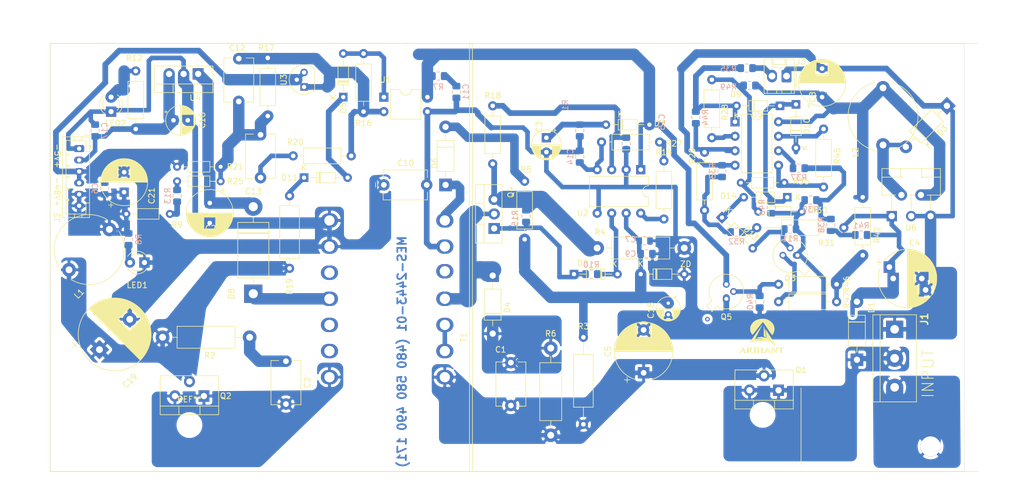
<source format=kicad_pcb>
(kicad_pcb (version 20171130) (host pcbnew "(5.1.6)-1")
  (layers (0 F.Cu signal) (31 B.Cu signal) (34 B.Paste user) (35 F.Paste user) (36 B.SilkS user) (37 F.SilkS user) (38 B.Mask user) (39 F.Mask user) (44 Edge.Cuts user))
  (net 0 "")
  (net 1 "Net-(C1-Pad2)")
  (net 2 "Net-(C1-Pad1)")
  (net 3 "Net-(C2-Pad1)")
  (net 4 "Net-(C2-Pad2)")
  (net 5 Earth)
  (net 6 "Net-(C3-Pad1)")
  (net 7 "Net-(C4-Pad1)")
  (net 8 48V)
  (net 9 TO_FB1)
  (net 10 "Net-(C8-Pad1)")
  (net 11 "Net-(C11-Pad2)")
  (net 12 "Net-(C12-Pad2)")
  (net 13 "Net-(C12-Pad1)")
  (net 14 "Net-(C13-Pad1)")
  (net 15 "Net-(C14-Pad2)")
  (net 16 "Net-(C15-Pad2)")
  (net 17 5V)
  (net 18 "Net-(C18-Pad1)")
  (net 19 OPTO_2)
  (net 20 "Net-(C20-Pad1)")
  (net 21 358IN)
  (net 22 "Net-(D2-Pad1)")
  (net 23 "Net-(D2-Pad2)")
  (net 24 "Net-(D3-Pad2)")
  (net 25 "Net-(D4-Pad1)")
  (net 26 "Net-(D5-Pad2)")
  (net 27 "Net-(D11-Pad2)")
  (net 28 "Net-(D6-Pad1)")
  (net 29 OPTO_POS+)
  (net 30 "Net-(D8-Pad1)")
  (net 31 /Qin)
  (net 32 "Net-(D9-Pad2)")
  (net 33 "Net-(D10-Pad2)")
  (net 34 "Net-(D11-Pad1)")
  (net 35 "Net-(D13-Pad1)")
  (net 36 "Net-(D13-Pad2)")
  (net 37 "Net-(J1-Pad3)")
  (net 38 "Net-(J3-Pad2)")
  (net 39 "Net-(LED1-Pad2)")
  (net 40 "Net-(LED2-Pad2)")
  (net 41 "Net-(Q3-Pad3)")
  (net 42 "Net-(Q4-Pad3)")
  (net 43 "Net-(Q5-Pad2)")
  (net 44 "Net-(R13-Pad2)")
  (net 45 "Net-(R13-Pad1)")
  (net 46 "Net-(R14-Pad1)")
  (net 47 "Net-(R14-Pad2)")
  (net 48 "Net-(R28-Pad2)")
  (net 49 "Net-(R28-Pad1)")
  (net 50 "Net-(R29-Pad2)")
  (net 51 "Net-(R29-Pad1)")
  (net 52 "Net-(R31-Pad2)")
  (net 53 /INPUTB)
  (net 54 "Net-(R37-Pad1)")
  (net 55 "Net-(R37-Pad2)")
  (net 56 "Net-(R38-Pad2)")
  (net 57 "Net-(R42-Pad1)")
  (module Resistor_THT:R_Axial_DIN0411_L9.9mm_D3.6mm_P15.24mm_Horizontal (layer F.Cu) (at 123.19 146.05 90)
    (fp_text reference R6 (at 17.78 0 180) (layer F.SilkS))
    (fp_text value 47K)
    (pad 2 thru_hole oval (at 15.24 0 90) (size 2.4 2.4) (drill 1.2) (layers *.Cu *.Mask) (net 2 "Net-(C1-Pad1)"))
    (pad 1 thru_hole circle (at 0 0 90) (size 2.4 2.4) (drill 1.2) (layers *.Cu *.Mask) (net 1 "Net-(C1-Pad2)"))
  )
  (module Diode_THT:D_DO-201AD_P15.24mm_Horizontal (layer F.Cu) (at 71.12 121.285 90)
    (fp_text reference D8 (at 0 -3.81 90) (layer F.SilkS))
    (fp_text value DIODE)
    (pad 2 thru_hole oval (at 15.24 0 90) (size 3.2 3.2) (drill 1.6) (layers *.Cu *.Mask) (net 20 "Net-(C20-Pad1)"))
    (pad 1 thru_hole rect (at 0 0 90) (size 3.2 3.2) (drill 1.6) (layers *.Cu *.Mask) (net 30 "Net-(D8-Pad1)"))
  )
  (module logo2:logo2 (layer F.Cu) (at 160.02 128.905)
    (fp_text reference "" hide)
    (fp_text value "" hide)
  )
  (module Capacitor_THT:CP_Radial_D8.0mm_P3.50mm (layer F.Cu) (at 63.5 105.41 270)
    (fp_text reference C20 (at 4.445 -0.635) (layer F.SilkS))
    (fp_text value CP)
    (pad 2 thru_hole circle (at 3.5 0 270) (size 1.6 1.6) (drill 0.8) (layers *.Cu *.Mask) (net 5 Earth))
    (pad 1 thru_hole rect (at 0 0 270) (size 1.6 1.6) (drill 0.8) (layers *.Cu *.Mask) (net 20 "Net-(C20-Pad1)"))
  )
  (module Resistor_THT:R_Axial_DIN0309_L9.0mm_D3.2mm_P12.70mm_Horizontal (layer F.Cu) (at 77.47 116.84 90)
    (fp_text reference R19 (at -3.175 0 90) (layer F.SilkS))
    (fp_text value 470E)
    (pad 2 thru_hole oval (at 12.7 0 90) (size 1.6 1.6) (drill 0.8) (layers *.Cu *.Mask) (net 34 "Net-(D11-Pad1)"))
    (pad 1 thru_hole circle (at 0 0 90) (size 1.6 1.6) (drill 0.8) (layers *.Cu *.Mask) (net 19 OPTO_2))
  )
  (module Resistor_THT:R_Axial_DIN0204_L3.6mm_D1.6mm_P7.62mm_Horizontal (layer F.Cu) (at 65.405 101.6 180)
    (fp_text reference R25 (at -2.54 0) (layer F.SilkS))
    (fp_text value 1K)
    (pad 2 thru_hole oval (at 7.62 0 180) (size 1.4 1.4) (drill 0.7) (layers *.Cu *.Mask) (net 45 "Net-(R13-Pad1)"))
    (pad 1 thru_hole circle (at 0 0 180) (size 1.4 1.4) (drill 0.7) (layers *.Cu *.Mask) (net 13 "Net-(C12-Pad1)"))
  )
  (module Resistor_THT:R_Axial_DIN0204_L3.6mm_D1.6mm_P7.62mm_Horizontal (layer F.Cu) (at 57.785 99.06)
    (fp_text reference R21 (at 10.16 0) (layer F.SilkS))
    (fp_text value R)
    (pad 2 thru_hole oval (at 7.62 0) (size 1.4 1.4) (drill 0.7) (layers *.Cu *.Mask) (net 13 "Net-(C12-Pad1)"))
    (pad 1 thru_hole circle (at 0 0) (size 1.4 1.4) (drill 0.7) (layers *.Cu *.Mask) (net 5 Earth))
  )
  (module Resistor_THT:R_Axial_DIN0204_L3.6mm_D1.6mm_P7.62mm_Horizontal (layer F.Cu) (at 56.515 107.315 180)
    (fp_text reference R9 (at -1.27 -1.905) (layer F.SilkS))
    (fp_text value 18K)
    (pad 2 thru_hole oval (at 7.62 0 180) (size 1.4 1.4) (drill 0.7) (layers *.Cu *.Mask) (net 8 48V))
    (pad 1 thru_hole circle (at 0 0 180) (size 1.4 1.4) (drill 0.7) (layers *.Cu *.Mask) (net 44 "Net-(R13-Pad2)"))
  )
  (module Connector_JST:JST_PH_B6B-PH-K_1x06_P2.00mm_Vertical (layer F.Cu) (at 40.64 95.885 270)
    (fp_text reference J2 (at 12.065 3.81 270) (layer F.SilkS))
    (fp_text value "FEMALE 06")
    (pad 6 thru_hole oval (at 10 0 270) (size 1.2 1.75) (drill 0.75) (layers *.Cu *.Mask) (net 8 48V))
    (pad 5 thru_hole oval (at 8 0 270) (size 1.2 1.75) (drill 0.75) (layers *.Cu *.Mask) (net 8 48V))
    (pad 4 thru_hole oval (at 6 0 270) (size 1.2 1.75) (drill 0.75) (layers *.Cu *.Mask) (net 5 Earth))
    (pad 3 thru_hole oval (at 4 0 270) (size 1.2 1.75) (drill 0.75) (layers *.Cu *.Mask) (net 5 Earth))
    (pad 2 thru_hole oval (at 2 0 270) (size 1.2 1.75) (drill 0.75) (layers *.Cu *.Mask) (net 17 5V))
    (pad 1 thru_hole roundrect (at 0 0 270) (size 1.2 1.75) (drill 0.75) (layers *.Cu *.Mask) (roundrect_rratio 0.208333) (net 5 Earth))
  )
  (module Resistor_SMD:R_0805_2012Metric_Pad1.15x1.40mm_HandSolder (layer B.Cu) (at 157.988 84.836 180)
    (fp_text reference R35 (at 3.683 2.921) (layer B.SilkS) (effects (justify mirror)))
    (fp_text value 15K)
    (pad 2 smd roundrect (at 1.025 0 180) (size 1.15 1.4) (layers B.Cu B.Paste B.Mask) (roundrect_rratio 0.217391) (net 49 "Net-(R28-Pad1)"))
    (pad 1 smd roundrect (at -1.025 0 180) (size 1.15 1.4) (layers B.Cu B.Paste B.Mask) (roundrect_rratio 0.217391) (net 10 "Net-(C8-Pad1)"))
  )
  (module Resistor_THT:R_Axial_DIN0207_L6.3mm_D2.5mm_P15.24mm_Horizontal (layer F.Cu) (at 174.498 109.728 180)
    (fp_text reference R31 (at 3.048 -2.667 180) (layer F.SilkS))
    (fp_text value 1K5)
    (pad 2 thru_hole oval (at 15.24 0 180) (size 1.6 1.6) (drill 0.8) (layers *.Cu *.Mask) (net 52 "Net-(R31-Pad2)"))
    (pad 1 thru_hole circle (at 0 0 180) (size 1.6 1.6) (drill 0.8) (layers *.Cu *.Mask) (net 7 "Net-(C4-Pad1)"))
  )
  (module Resistor_THT:R_Axial_DIN0204_L3.6mm_D1.6mm_P7.62mm_Horizontal (layer F.Cu) (at 159.512 106.934)
    (fp_text reference R30 (at 10.668 -0.254) (layer F.SilkS))
    (fp_text value 100E)
    (pad 2 thru_hole oval (at 7.62 0) (size 1.4 1.4) (drill 0.7) (layers *.Cu *.Mask) (net 5 Earth))
    (pad 1 thru_hole circle (at 0 0) (size 1.4 1.4) (drill 0.7) (layers *.Cu *.Mask) (net 49 "Net-(R28-Pad1)"))
  )
  (module Resistor_THT:R_Axial_DIN0204_L3.6mm_D1.6mm_P7.62mm_Horizontal (layer F.Cu) (at 156.464 101.854)
    (fp_text reference R36 (at 10.541 -0.254 180) (layer F.SilkS))
    (fp_text value 10K)
    (pad 2 thru_hole oval (at 7.62 0) (size 1.4 1.4) (drill 0.7) (layers *.Cu *.Mask) (net 53 /INPUTB))
    (pad 1 thru_hole circle (at 0 0) (size 1.4 1.4) (drill 0.7) (layers *.Cu *.Mask) (net 49 "Net-(R28-Pad1)"))
  )
  (module Capacitor_THT:CP_Radial_D4.0mm_P2.00mm (layer F.Cu) (at 143.764 122.936 270)
    (fp_text reference C18 (at 1.27 3.048 90) (layer F.SilkS))
    (fp_text value CP)
    (pad 1 thru_hole rect (at 0 0 270) (size 1.2 1.2) (drill 0.6) (layers *.Cu *.Mask) (net 9 TO_FB1))
    (pad 2 thru_hole circle (at 2 0 270) (size 1.2 1.2) (drill 0.6) (layers *.Cu *.Mask) (net 5 Earth))
  )
  (module Capacitor_SMD:C_0805_2012Metric_Pad1.15x1.40mm_HandSolder (layer B.Cu) (at 139.963 114.3)
    (fp_text reference C9 (at -2.803 0) (layer B.SilkS) (effects (justify mirror)))
    (fp_text value CP)
    (pad 2 smd roundrect (at 1.025 0) (size 1.15 1.4) (layers B.Cu B.Paste B.Mask) (roundrect_rratio 0.217391) (net 5 Earth))
    (pad 1 smd roundrect (at -1.025 0) (size 1.15 1.4) (layers B.Cu B.Paste B.Mask) (roundrect_rratio 0.217391) (net 9 TO_FB1))
  )
  (module Resistor_SMD:R_0805_2012Metric_Pad1.15x1.40mm_HandSolder (layer B.Cu) (at 130.302 117.856 180)
    (fp_text reference R10 (at 0 1.65) (layer B.SilkS) (effects (justify mirror)))
    (fp_text value R)
    (pad 2 smd roundrect (at 1.025 0 180) (size 1.15 1.4) (layers B.Cu B.Paste B.Mask) (roundrect_rratio 0.217391) (net 22 "Net-(D2-Pad1)"))
    (pad 1 smd roundrect (at -1.025 0 180) (size 1.15 1.4) (layers B.Cu B.Paste B.Mask) (roundrect_rratio 0.217391) (net 23 "Net-(D2-Pad2)"))
  )
  (module Diode_THT:D_DO-41_SOD81_P10.16mm_Horizontal (layer F.Cu) (at 192.532 88.392 225)
    (fp_text reference D3 (at 3.592102 -2.514472 45) (layer F.SilkS))
    (fp_text value 1N4007)
    (fp_text user K (at 7.112 -2.54 45) (layer F.SilkS))
    (pad 2 thru_hole oval (at 10.16 0 225) (size 2.2 2.2) (drill 1.1) (layers *.Cu *.Mask) (net 24 "Net-(D3-Pad2)"))
    (pad 1 thru_hole rect (at 0 0 225) (size 2.2 2.2) (drill 1.1) (layers *.Cu *.Mask) (net 5 Earth))
  )
  (module MountingHole:MountingHole_3.5mm (layer F.Cu) (at 42.025 82.5)
    (fp_text reference "" (at 0 -4.2) (layer F.SilkS))
    (fp_text value MountingHole_3.5mm)
    (pad "" np_thru_hole circle (at 0 0) (size 3.5 3.5) (drill 3.5) (layers *.Cu *.Mask Dwgs.User))
  )
  (module MountingHole:MountingHole_3.5mm (layer F.Cu) (at 189.665 82.55)
    (fp_text reference "" hide)
    (fp_text value MountingHole_3.5mm)
    (pad "" np_thru_hole circle (at 0 0) (size 3.5 3.5) (drill 3.5) (layers *.Cu *.Mask Dwgs.User))
  )
  (module MountingHole:MountingHole_3.5mm (layer F.Cu) (at 189.675 148.005)
    (fp_text reference "" hide)
    (fp_text value MountingHole_3.5mm)
    (pad "" thru_hole circle (at 0 0) (size 3.5 3.5) (drill 3.5) (layers *.Cu *.Mask) (net 37 "Net-(J1-Pad3)"))
  )
  (module MountingHole:MountingHole_3.5mm (layer F.Cu) (at 160.274 142.494)
    (fp_text reference "" hide)
    (fp_text value MountingHole_3.5mm)
    (pad "" np_thru_hole circle (at 0 0) (size 3.5 3.5) (drill 3.5) (layers *.Cu *.Mask Dwgs.User))
  )
  (module MountingHole:MountingHole_3.5mm (layer F.Cu) (at 89.408 145.288 270)
    (fp_text reference "" hide)
    (fp_text value MountingHole_3.5mm)
    (pad "" np_thru_hole circle (at 0 0 270) (size 3.5 3.5) (drill 3.5) (layers *.Cu *.Mask Dwgs.User))
  )
  (module MountingHole:MountingHole_3.5mm (layer F.Cu) (at 42.025 148.005)
    (fp_text reference "" hide)
    (fp_text value MountingHole_3.5mm)
    (pad "" np_thru_hole circle (at 0 0) (size 3.5 3.5) (drill 3.5) (layers *.Cu *.Mask Dwgs.User))
  )
  (module Capacitor_THT:CP_Radial_D8.0mm_P3.50mm (layer F.Cu) (at 48.514 103.505 90)
    (fp_text reference C21 (at -0.635 4.826 90) (layer F.SilkS))
    (fp_text value C)
    (pad 2 thru_hole rect (at 0 0 90) (size 1.6 1.6) (drill 0.8) (layers *.Cu *.Mask) (net 8 48V))
    (pad 1 thru_hole circle (at 3.5 0 90) (size 1.6 1.6) (drill 0.8) (layers *.Cu *.Mask) (net 5 Earth))
  )
  (module Diode_THT:D_DO-34_SOD68_P7.62mm_Horizontal (layer F.Cu) (at 138.938 117.856)
    (fp_text reference ZD (at 7.874 -1.778) (layer F.SilkS))
    (fp_text value 4148)
    (fp_text user K (at 0 -1.75) (layer F.SilkS))
    (pad 2 thru_hole oval (at 7.62 0) (size 1.5 1.5) (drill 0.75) (layers *.Cu *.Mask) (net 5 Earth))
    (pad 1 thru_hole rect (at 0 0) (size 1.5 1.5) (drill 0.75) (layers *.Cu *.Mask) (net 9 TO_FB1))
  )
  (module Capacitor_THT:CP_Radial_D10.0mm_P5.00mm_P7.50mm (layer F.Cu) (at 183.134 118.618)
    (fp_text reference C4 (at 3.75 -6.25) (layer F.SilkS))
    (fp_text value CP)
    (pad 2 thru_hole circle (at 5.672144 2) (size 2 2) (drill 1) (layers *.Cu *.Mask) (net 5 Earth))
    (pad 1 thru_hole rect (at -0.672144 -2) (size 2 2) (drill 1) (layers *.Cu *.Mask) (net 7 "Net-(C4-Pad1)"))
    (pad 2 thru_hole circle (at 5 0) (size 2 2) (drill 1) (layers *.Cu *.Mask) (net 5 Earth))
    (pad 1 thru_hole rect (at 0 0) (size 2 2) (drill 1) (layers *.Cu *.Mask) (net 7 "Net-(C4-Pad1)"))
  )
  (module Transformer_THT:Transformer_EPCOS_B66359J1014T_Vertical (layer F.Cu) (at 104.775 107.95 90)
    (fp_text reference T1 (at -20.955 3.175 270) (layer F.SilkS))
    (fp_text value SM_FB)
    (pad 7 thru_hole oval (at -5.08 -20.32 90) (size 2.5 3) (drill 1.8) (layers *.Cu *.Mask) (net 5 Earth))
    (pad 6 thru_hole oval (at -14.224 -20.32 90) (size 2.5 3) (drill 1.8) (layers *.Cu *.Mask) (net 30 "Net-(D8-Pad1)"))
    (pad 14 thru_hole oval (at -27.94 -20.32 90) (size 2.5 3) (drill 1.8) (layers *.Cu *.Mask) (net 4 "Net-(C2-Pad2)"))
    (pad 3 thru_hole oval (at -14.224 -0.127 90) (size 2.5 3) (drill 1.8) (layers *.Cu *.Mask) (net 25 "Net-(D4-Pad1)"))
    (pad 2 thru_hole oval (at -5.08 -0.127 90) (size 2.5 3) (drill 1.8) (layers *.Cu *.Mask) (net 5 Earth))
    (pad 1 thru_hole oval (at -0.508 -0.127 90) (size 2.5 3) (drill 1.8) (layers *.Cu *.Mask) (net 28 "Net-(D6-Pad1)"))
    (pad 5 thru_hole oval (at -18.796 -0.127 90) (size 2.5 3) (drill 1.8) (layers *.Cu *.Mask))
    (pad 13 thru_hole oval (at -23.368 -20.32 90) (size 2.5 3) (drill 1.8) (layers *.Cu *.Mask))
    (pad 12 thru_hole oval (at -18.796 -20.32 90) (size 2.5 3) (drill 1.8) (layers *.Cu *.Mask))
    (pad 11 thru_hole oval (at -23.368 -0.127 90) (size 2.5 3) (drill 1.8) (layers *.Cu *.Mask))
    (pad 10 thru_hole oval (at -9.652 -20.32 90) (size 2.5 3) (drill 1.8) (layers *.Cu *.Mask))
    (pad "" thru_hole oval (at -0.508 -20.32 90) (size 2.5 3) (drill 1.8) (layers *.Cu *.Mask) (net 5 Earth))
    (pad 8 thru_hole oval (at -9.398 -0.127 90) (size 2.5 3) (drill 1.8) (layers *.Cu *.Mask))
    (pad 4 thru_hole oval (at -27.94 -0.127 90) (size 2.5 3) (drill 1.8) (layers *.Cu *.Mask) (net 1 "Net-(C1-Pad2)"))
  )
  (module Diode_THT:D_DO-34_SOD68_P7.62mm_Horizontal (layer F.Cu) (at 127.254 117.856)
    (fp_text reference D2 (at 1.524 -1.92) (layer F.SilkS))
    (fp_text value 4148)
    (fp_text user K (at 7.112 -1.75) (layer F.SilkS))
    (pad 1 thru_hole rect (at 0 0) (size 1.5 1.5) (drill 0.75) (layers *.Cu *.Mask) (net 22 "Net-(D2-Pad1)"))
    (pad 2 thru_hole oval (at 7.62 0) (size 1.5 1.5) (drill 0.75) (layers *.Cu *.Mask) (net 23 "Net-(D2-Pad2)"))
  )
  (module Diode_THT:D_DO-34_SOD68_P7.62mm_Horizontal (layer F.Cu) (at 140.462 91.694 180)
    (fp_text reference D7 (at -1.778 0.254 180) (layer F.SilkS))
    (fp_text value 4148)
    (fp_text user K (at 5.08 1.778 180) (layer F.SilkS))
    (pad 2 thru_hole oval (at 7.62 0 180) (size 1.5 1.5) (drill 0.75) (layers *.Cu *.Mask) (net 6 "Net-(C3-Pad1)"))
    (pad 1 thru_hole rect (at 0 0 180) (size 1.5 1.5) (drill 0.75) (layers *.Cu *.Mask) (net 29 OPTO_POS+))
  )
  (module Diode_THT:D_DO-34_SOD68_P7.62mm_Horizontal (layer F.Cu) (at 166.116 88.138 270)
    (fp_text reference D10 (at 3.81 -1.92 90) (layer F.SilkS))
    (fp_text value 4148)
    (fp_text user K (at 7.62 -1.524 90) (layer F.SilkS))
    (pad 1 thru_hole rect (at 0 0 270) (size 1.5 1.5) (drill 0.75) (layers *.Cu *.Mask) (net 31 /Qin))
    (pad 2 thru_hole oval (at 7.62 0 270) (size 1.5 1.5) (drill 0.75) (layers *.Cu *.Mask) (net 33 "Net-(D10-Pad2)"))
  )
  (module Diode_THT:D_DO-34_SOD68_P7.62mm_Horizontal (layer F.Cu) (at 163.322 88.392 180)
    (fp_text reference D9 (at 7.747 2.032 180) (layer F.SilkS))
    (fp_text value 4148)
    (fp_text user K (at 7.62 -1.75 180) (layer F.SilkS))
    (pad 1 thru_hole rect (at 0 0 180) (size 1.5 1.5) (drill 0.75) (layers *.Cu *.Mask) (net 31 /Qin))
    (pad 2 thru_hole oval (at 7.62 0 180) (size 1.5 1.5) (drill 0.75) (layers *.Cu *.Mask) (net 32 "Net-(D9-Pad2)"))
  )
  (module Diode_THT:D_DO-34_SOD68_P7.62mm_Horizontal (layer F.Cu) (at 164.592 104.394 180)
    (fp_text reference D14 (at 10.287 0.254 180) (layer F.SilkS))
    (fp_text value 4148)
    (fp_text user K (at -1.905 0) (layer F.SilkS))
    (pad 2 thru_hole oval (at 7.62 0 180) (size 1.5 1.5) (drill 0.75) (layers *.Cu *.Mask) (net 35 "Net-(D13-Pad1)"))
    (pad 1 thru_hole rect (at 0 0 180) (size 1.5 1.5) (drill 0.75) (layers *.Cu *.Mask) (net 31 /Qin))
  )
  (module Diode_THT:D_DO-34_SOD68_P7.62mm_Horizontal (layer F.Cu) (at 153.162 107.95 315)
    (fp_text reference D13 (at 5.567759 -1.616446 315) (layer F.SilkS))
    (fp_text value 4148)
    (fp_text user K (at 0 -1.75 315) (layer F.SilkS))
    (pad 1 thru_hole rect (at 0 0 315) (size 1.5 1.5) (drill 0.75) (layers *.Cu *.Mask) (net 35 "Net-(D13-Pad1)"))
    (pad 2 thru_hole oval (at 7.62 0 315) (size 1.5 1.5) (drill 0.75) (layers *.Cu *.Mask) (net 36 "Net-(D13-Pad2)"))
  )
  (module Resistor_THT:R_Axial_DIN0411_L9.9mm_D3.6mm_P15.24mm_Horizontal (layer F.Cu) (at 146.558 113.284 180)
    (fp_text reference R4 (at 14.732 2.794) (layer F.SilkS))
    (fp_text value E15)
    (pad 2 thru_hole oval (at 15.24 0 180) (size 2.4 2.4) (drill 1.2) (layers *.Cu *.Mask) (net 42 "Net-(Q4-Pad3)"))
    (pad 1 thru_hole circle (at 0 0 180) (size 2.4 2.4) (drill 1.2) (layers *.Cu *.Mask) (net 5 Earth))
  )
  (module Diode_THT:D_DO-41_SOD81_P10.16mm_Horizontal (layer F.Cu) (at 113.03 118.11 270)
    (fp_text reference D4 (at 5.588 -2.54 90) (layer F.SilkS))
    (fp_text value D)
    (pad 2 thru_hole oval (at 10.16 0 270) (size 2.2 2.2) (drill 1.1) (layers *.Cu *.Mask) (net 2 "Net-(C1-Pad1)"))
    (pad 1 thru_hole rect (at 0 0 270) (size 2.2 2.2) (drill 1.1) (layers *.Cu *.Mask) (net 25 "Net-(D4-Pad1)"))
  )
  (module LED_THT:LED_D3.0mm (layer F.Cu) (at 52.07 115.824 180)
    (fp_text reference LED1 (at 1.27 -3.96) (layer F.SilkS))
    (fp_text value GREEN)
    (pad 2 thru_hole circle (at 2.54 0 180) (size 1.8 1.8) (drill 0.9) (layers *.Cu *.Mask) (net 39 "Net-(LED1-Pad2)"))
    (pad 1 thru_hole rect (at 0 0 180) (size 1.8 1.8) (drill 0.9) (layers *.Cu *.Mask) (net 5 Earth))
  )
  (module LED_THT:LED_D3.0mm (layer F.Cu) (at 46.228 89.408 90)
    (fp_text reference LED2 (at -2.032 0.762 180) (layer F.SilkS))
    (fp_text value GREEN)
    (pad 2 thru_hole circle (at 2.54 0 90) (size 1.8 1.8) (drill 0.9) (layers *.Cu *.Mask) (net 40 "Net-(LED2-Pad2)"))
    (pad 1 thru_hole rect (at 0 0 90) (size 1.8 1.8) (drill 0.9) (layers *.Cu *.Mask) (net 5 Earth))
  )
  (module Package_TO_SOT_THT:TO-220-3_Vertical (layer F.Cu) (at 62.484 139.192 180)
    (fp_text reference Q2 (at -3.81 0) (layer F.SilkS))
    (fp_text value MBR20100CT)
    (pad 3 thru_hole oval (at 5.08 0 180) (size 1.905 2) (drill 1.1) (layers *.Cu *.Mask) (net 4 "Net-(C2-Pad2)"))
    (pad 2 thru_hole oval (at 2.54 2.54 180) (size 1.905 2) (drill 1.1) (layers *.Cu *.Mask) (net 19 OPTO_2))
    (pad 1 thru_hole rect (at 0 0 180) (size 1.905 2) (drill 1.1) (layers *.Cu *.Mask) (net 4 "Net-(C2-Pad2)"))
  )
  (module Package_TO_SOT_THT:TO-220-3_Vertical (layer F.Cu) (at 163.068 138.176 180)
    (fp_text reference Q1 (at -3.937 3.556 180) (layer F.SilkS))
    (fp_text value MBR20100CT)
    (pad 3 thru_hole oval (at 5.08 0 180) (size 1.905 2) (drill 1.1) (layers *.Cu *.Mask) (net 21 358IN))
    (pad 2 thru_hole oval (at 2.54 2.54 180) (size 1.905 2) (drill 1.1) (layers *.Cu *.Mask) (net 1 "Net-(C1-Pad2)"))
    (pad 1 thru_hole rect (at 0 0 180) (size 1.905 2) (drill 1.1) (layers *.Cu *.Mask) (net 21 358IN))
  )
  (module Diode_THT:D_DO-41_SOD81_P10.16mm_Horizontal (layer F.Cu) (at 176.784 132.842 90)
    (fp_text reference D1 (at 9.144 2.54 90) (layer F.SilkS))
    (fp_text value 1N4007)
    (pad 2 thru_hole oval (at 10.16 0 90) (size 2.2 2.2) (drill 1.1) (layers *.Cu *.Mask) (net 7 "Net-(C4-Pad1)"))
    (pad 1 thru_hole rect (at 0 0 90) (size 2.2 2.2) (drill 1.1) (layers *.Cu *.Mask) (net 21 358IN))
  )
  (module Diode_THT:D_DO-41_SOD81_P10.16mm_Horizontal (layer F.Cu) (at 104.775 102.235 90)
    (fp_text reference D6 (at 3.81 -1.92 90) (layer F.SilkS))
    (fp_text value 4148)
    (pad 2 thru_hole oval (at 10.16 0 90) (size 2.2 2.2) (drill 1.1) (layers *.Cu *.Mask) (net 18 "Net-(C18-Pad1)"))
    (pad 1 thru_hole rect (at 0 0 90) (size 2.2 2.2) (drill 1.1) (layers *.Cu *.Mask) (net 28 "Net-(D6-Pad1)"))
  )
  (module Resistor_THT:R_Axial_DIN0207_L6.3mm_D2.5mm_P10.16mm_Horizontal (layer F.Cu) (at 177.8 114.554 90)
    (fp_text reference R42 (at 3.556 2.54 90) (layer F.SilkS))
    (fp_text value 12K)
    (pad 2 thru_hole oval (at 10.16 0 90) (size 1.6 1.6) (drill 0.8) (layers *.Cu *.Mask) (net 10 "Net-(C8-Pad1)"))
    (pad 1 thru_hole circle (at 0 0 90) (size 1.6 1.6) (drill 0.8) (layers *.Cu *.Mask) (net 57 "Net-(R42-Pad1)"))
  )
  (module TerminalBlock:TerminalBlock_bornier-3_P5.08mm (layer F.Cu) (at 183.388 127.508 270)
    (fp_text reference J1 (at -1.778 -5.207 90) (layer F.SilkS) (effects (font (size 1.27 1.27) (thickness 0.254))))
    (fp_text value "" hide)
    (pad 3 thru_hole circle (at 10.16 0 270) (size 3 3) (drill 1.52) (layers *.Cu *.Mask) (net 37 "Net-(J1-Pad3)"))
    (pad 2 thru_hole circle (at 5.08 0 270) (size 3 3) (drill 1.52) (layers *.Cu *.Mask) (net 21 358IN))
    (pad 1 thru_hole rect (at 0 0 270) (size 3 3) (drill 1.52) (layers *.Cu *.Mask) (net 5 Earth))
  )
  (module Resistor_THT:R_Axial_DIN0411_L9.9mm_D3.6mm_P15.24mm_Horizontal (layer F.Cu) (at 55.245 128.905)
    (fp_text reference R2 (at 8.255 3.175) (layer F.SilkS))
    (fp_text value 10E)
    (pad 2 thru_hole oval (at 15.24 0) (size 2.4 2.4) (drill 1.2) (layers *.Cu *.Mask) (net 3 "Net-(C2-Pad1)"))
    (pad 1 thru_hole circle (at 0 0) (size 2.4 2.4) (drill 1.2) (layers *.Cu *.Mask) (net 19 OPTO_2))
  )
  (module Inductor_THT:L_Radial_D12.0mm_P10.00mm_Neosid_SD12_style1 (layer F.Cu) (at 38.862 117.094 45)
    (fp_text reference L1 (at -1.706249 4.22072 45) (layer F.SilkS))
    (fp_text value L)
    (pad 2 thru_hole circle (at 10 0 45) (size 2.4 2.4) (drill 1.2) (layers *.Cu *.Mask) (net 8 48V))
    (pad 1 thru_hole circle (at 0 0 45) (size 2.4 2.4) (drill 1.2) (layers *.Cu *.Mask) (net 19 OPTO_2))
  )
  (module Inductor_THT:L_Radial_D12.0mm_P10.00mm_Neosid_SD12_style1 (layer F.Cu) (at 181.356 95.25 90)
    (fp_text reference L2 (at -1.27 -4.826 90) (layer F.SilkS))
    (fp_text value L)
    (pad 2 thru_hole circle (at 10 0 90) (size 2.4 2.4) (drill 1.2) (layers *.Cu *.Mask) (net 10 "Net-(C8-Pad1)"))
    (pad 1 thru_hole circle (at 0 0 90) (size 2.4 2.4) (drill 1.2) (layers *.Cu *.Mask) (net 24 "Net-(D3-Pad2)"))
  )
  (module Package_TO_SOT_THT:TO-220-5_P3.4x3.7mm_StaggerOdd_Lead3.8mm_Vertical (layer F.Cu) (at 182.88 107.696)
    (fp_text reference U6 (at 3.4 2.032) (layer F.SilkS))
    (fp_text value LM2575-12BU)
    (pad 5 thru_hole oval (at 6.8 0) (size 1.8 1.8) (drill 1.1) (layers *.Cu *.Mask) (net 5 Earth))
    (pad 4 thru_hole oval (at 5.1 -3.7) (size 1.8 1.8) (drill 1.1) (layers *.Cu *.Mask) (net 10 "Net-(C8-Pad1)"))
    (pad 3 thru_hole oval (at 3.4 0) (size 1.8 1.8) (drill 1.1) (layers *.Cu *.Mask) (net 5 Earth))
    (pad 2 thru_hole oval (at 1.7 -3.7) (size 1.8 1.8) (drill 1.1) (layers *.Cu *.Mask) (net 24 "Net-(D3-Pad2)"))
    (pad 1 thru_hole rect (at 0 0) (size 1.8 1.8) (drill 1.1) (layers *.Cu *.Mask) (net 7 "Net-(C4-Pad1)"))
  )
  (module Capacitor_SMD:C_0805_2012Metric (layer B.Cu) (at 139.6215 112.014)
    (fp_text reference C7 (at -2.4615 -0.254) (layer B.SilkS) (effects (justify mirror)))
    (fp_text value C)
    (pad 2 smd roundrect (at 0.9375 0) (size 0.975 1.4) (layers B.Cu B.Paste B.Mask) (net 5 Earth))
    (pad 1 smd roundrect (at -0.9375 0) (size 0.975 1.4) (layers B.Cu B.Paste B.Mask) (net 9 TO_FB1))
  )
  (module Capacitor_THT:CP_Radial_D8.0mm_P5.00mm (layer F.Cu) (at 170.688 86.868 90)
    (fp_text reference C8 (at 0 -1.65 270) (layer F.SilkS))
    (fp_text value CP)
    (pad 2 thru_hole circle (at 5 0 90) (size 1.6 1.6) (drill 0.8) (layers *.Cu *.Mask) (net 5 Earth))
    (pad 1 thru_hole rect (at 0 0 90) (size 1.6 1.6) (drill 0.8) (layers *.Cu *.Mask) (net 10 "Net-(C8-Pad1)"))
  )
  (module Resistor_THT:R_Axial_DIN0207_L6.3mm_D2.5mm_P10.16mm_Horizontal (layer F.Cu) (at 170.942 102.616 90)
    (fp_text reference R45 (at 5.461 2.413 90) (layer F.SilkS))
    (fp_text value 270K)
    (pad 2 thru_hole oval (at 10.16 0 90) (size 1.6 1.6) (drill 0.8) (layers *.Cu *.Mask) (net 33 "Net-(D10-Pad2)"))
    (pad 1 thru_hole circle (at 0 0 90) (size 1.6 1.6) (drill 0.8) (layers *.Cu *.Mask) (net 53 /INPUTB))
  )
  (module Resistor_SMD:R_0805_2012Metric_Pad1.15x1.40mm_HandSolder (layer B.Cu) (at 128.27 92.71 90)
    (fp_text reference R1 (at 4.445 -2.54 270) (layer B.SilkS) (effects (justify mirror)))
    (fp_text value 100E)
    (pad 2 smd roundrect (at 1.025 0 90) (size 1.15 1.4) (layers B.Cu B.Paste B.Mask) (roundrect_rratio 0.217391) (net 6 "Net-(C3-Pad1)"))
    (pad 1 smd roundrect (at -1.025 0 90) (size 1.15 1.4) (layers B.Cu B.Paste B.Mask) (roundrect_rratio 0.217391) (net 5 Earth))
  )
  (module Resistor_THT:R_Axial_DIN0207_L6.3mm_D2.5mm_P10.16mm_Horizontal (layer F.Cu) (at 132.08 94.742)
    (fp_text reference R27 (at 12.7 0.254) (layer F.SilkS))
    (fp_text value 100E)
    (pad 2 thru_hole oval (at 10.16 0) (size 1.6 1.6) (drill 0.8) (layers *.Cu *.Mask) (net 47 "Net-(R14-Pad2)"))
    (pad 1 thru_hole circle (at 0 0) (size 1.6 1.6) (drill 0.8) (layers *.Cu *.Mask) (net 15 "Net-(C14-Pad2)"))
  )
  (module Capacitor_THT:CP_Radial_D5.0mm_P2.50mm (layer F.Cu) (at 122.428 93.98 270)
    (fp_text reference C3 (at -1.905 1.27 90) (layer F.SilkS))
    (fp_text value CP)
    (pad 2 thru_hole circle (at 2.5 0 270) (size 1.6 1.6) (drill 0.8) (layers *.Cu *.Mask) (net 5 Earth))
    (pad 1 thru_hole rect (at 0 0 270) (size 1.6 1.6) (drill 0.8) (layers *.Cu *.Mask) (net 6 "Net-(C3-Pad1)"))
  )
  (module Capacitor_SMD:C_0805_2012Metric_Pad1.15x1.40mm_HandSolder (layer B.Cu) (at 136.398 94.987 90)
    (fp_text reference C15 (at 3.75 6.25 90) (layer B.SilkS) (effects (justify mirror)))
    (fp_text value C)
    (pad 2 smd roundrect (at 1.025 0 90) (size 1.15 1.4) (layers B.Cu B.Paste B.Mask) (roundrect_rratio 0.217391) (net 16 "Net-(C15-Pad2)"))
    (pad 1 smd roundrect (at -1.025 0 90) (size 1.15 1.4) (layers B.Cu B.Paste B.Mask) (roundrect_rratio 0.217391) (net 5 Earth))
  )
  (module Resistor_THT:R_Axial_DIN0207_L6.3mm_D2.5mm_P10.16mm_Horizontal (layer F.Cu) (at 173.228 119.634 180)
    (fp_text reference R46 (at -1.778 0 90) (layer F.SilkS))
    (fp_text value 10K)
    (pad 2 thru_hole oval (at 10.16 0 180) (size 1.6 1.6) (drill 0.8) (layers *.Cu *.Mask) (net 43 "Net-(Q5-Pad2)"))
    (pad 1 thru_hole circle (at 0 0 180) (size 1.6 1.6) (drill 0.8) (layers *.Cu *.Mask) (net 57 "Net-(R42-Pad1)"))
  )
  (module Resistor_THT:R_Axial_DIN0207_L6.3mm_D2.5mm_P10.16mm_Horizontal (layer F.Cu) (at 163.068 122.682)
    (fp_text reference R47 (at 11.938 -0.254 270) (layer F.SilkS))
    (fp_text value 1K)
    (pad 2 thru_hole oval (at 10.16 0) (size 1.6 1.6) (drill 0.8) (layers *.Cu *.Mask) (net 57 "Net-(R42-Pad1)"))
    (pad 1 thru_hole circle (at 0 0) (size 1.6 1.6) (drill 0.8) (layers *.Cu *.Mask) (net 41 "Net-(Q3-Pad3)"))
  )
  (module MountingHole:MountingHole_3.5mm (layer F.Cu) (at 135.255 145.288)
    (fp_text reference "" hide)
    (fp_text value MountingHole_3.5mm)
    (pad "" np_thru_hole circle (at 0 0) (size 3.5 3.5) (drill 3.5) (layers *.Cu *.Mask Dwgs.User))
  )
  (module MountingHole:MountingHole_3.5mm (layer F.Cu) (at 135.255 84.328)
    (fp_text reference "" hide)
    (fp_text value MountingHole_3.5mm)
    (pad "" np_thru_hole circle (at 0 0) (size 3.5 3.5) (drill 3.5) (layers *.Cu *.Mask Dwgs.User))
  )
  (module MountingHole:MountingHole_3.5mm (layer F.Cu) (at 121.285 85.09)
    (fp_text reference "" hide)
    (fp_text value MountingHole_3.5mm)
    (pad "" np_thru_hole circle (at 0 0) (size 3.5 3.5) (drill 3.5) (layers *.Cu *.Mask Dwgs.User))
  )
  (module MountingHole:MountingHole_3.5mm (layer F.Cu) (at 59.944 144.272)
    (fp_text reference REF** (at 0 -4.5) (layer F.SilkS))
    (fp_text value MountingHole_3.5mm)
    (pad "" np_thru_hole circle (at 0 0) (size 3.5 3.5) (drill 3.5) (layers *.Cu *.Mask Dwgs.User))
  )
  (module Capacitor_SMD:C_0805_2012Metric_Pad1.15x1.40mm_HandSolder (layer B.Cu) (at 45.085 102.87 270)
    (fp_text reference C6 (at 0 1.65 270) (layer B.SilkS) (effects (justify mirror)))
    (fp_text value C)
    (pad 2 smd roundrect (at 1.025 0 270) (size 1.15 1.4) (layers B.Cu B.Paste B.Mask) (roundrect_rratio 0.217391) (net 8 48V))
    (pad 1 smd roundrect (at -1.025 0 270) (size 1.15 1.4) (layers B.Cu B.Paste B.Mask) (roundrect_rratio 0.217391) (net 5 Earth))
  )
  (module Resistor_THT:R_Axial_DIN0207_L6.3mm_D2.5mm_P10.16mm_Horizontal (layer F.Cu) (at 50.546 92.456 90)
    (fp_text reference R12 (at 12.446 -0.254) (layer F.SilkS))
    (fp_text value 1k2)
    (pad 2 thru_hole oval (at 10.16 0 90) (size 1.6 1.6) (drill 0.8) (layers *.Cu *.Mask) (net 40 "Net-(LED2-Pad2)"))
    (pad 1 thru_hole circle (at 0 0 90) (size 1.6 1.6) (drill 0.8) (layers *.Cu *.Mask) (net 17 5V))
  )
  (module Capacitor_THT:CP_Radial_D5.0mm_P2.50mm (layer F.Cu) (at 57.15 90.932)
    (fp_text reference C16 (at 5.04 0 90) (layer F.SilkS))
    (fp_text value CP)
    (pad 2 thru_hole circle (at 2.5 0) (size 1.6 1.6) (drill 0.8) (layers *.Cu *.Mask) (net 5 Earth))
    (pad 1 thru_hole rect (at 0 0) (size 1.6 1.6) (drill 0.8) (layers *.Cu *.Mask) (net 17 5V))
  )
  (module Capacitor_THT:C_Disc_D7.5mm_W5.0mm_P7.50mm (layer F.Cu) (at 68.58 87.63 90)
    (fp_text reference C12 (at 9.398 -0.254) (layer F.SilkS))
    (fp_text value C)
    (pad 2 thru_hole circle (at 7.5 0 90) (size 2 2) (drill 1) (layers *.Cu *.Mask) (net 12 "Net-(C12-Pad2)"))
    (pad 1 thru_hole circle (at 0 0 90) (size 2 2) (drill 1) (layers *.Cu *.Mask) (net 13 "Net-(C12-Pad1)"))
  )
  (module Resistor_SMD:R_0805_2012Metric_Pad1.15x1.40mm_HandSolder (layer B.Cu) (at 103.505 83.185)
    (fp_text reference R7 (at 0 1.905) (layer B.SilkS) (effects (justify mirror)))
    (fp_text value 100E)
    (pad 2 smd roundrect (at 1.025 0) (size 1.15 1.4) (layers B.Cu B.Paste B.Mask) (roundrect_rratio 0.217391) (net 11 "Net-(C11-Pad2)"))
    (pad 1 smd roundrect (at -1.025 0) (size 1.15 1.4) (layers B.Cu B.Paste B.Mask) (roundrect_rratio 0.217391) (net 29 OPTO_POS+))
  )
  (module Resistor_THT:R_Axial_DIN0207_L6.3mm_D2.5mm_P10.16mm_Horizontal (layer F.Cu) (at 143.002 108.204 90)
    (fp_text reference R14 (at 11.684 0 180) (layer F.SilkS))
    (fp_text value 10K)
    (pad 2 thru_hole oval (at 10.16 0 90) (size 1.6 1.6) (drill 0.8) (layers *.Cu *.Mask) (net 47 "Net-(R14-Pad2)"))
    (pad 1 thru_hole circle (at 0 0 90) (size 1.6 1.6) (drill 0.8) (layers *.Cu *.Mask) (net 46 "Net-(R14-Pad1)"))
  )
  (module Resistor_THT:R_Axial_DIN0207_L6.3mm_D2.5mm_P10.16mm_Horizontal (layer F.Cu) (at 150.114 96.52 270)
    (fp_text reference R29 (at 0.635 2.159 270) (layer F.SilkS))
    (fp_text value 10K)
    (pad 2 thru_hole oval (at 10.16 0 270) (size 1.6 1.6) (drill 0.8) (layers *.Cu *.Mask) (net 50 "Net-(R29-Pad2)"))
    (pad 1 thru_hole circle (at 0 0 270) (size 1.6 1.6) (drill 0.8) (layers *.Cu *.Mask) (net 51 "Net-(R29-Pad1)"))
  )
  (module Resistor_THT:R_Axial_DIN0207_L6.3mm_D2.5mm_P10.16mm_Horizontal (layer F.Cu) (at 151.384 83.82 270)
    (fp_text reference R28 (at 5.715 -2.286 90) (layer F.SilkS))
    (fp_text value 10K)
    (pad 2 thru_hole oval (at 10.16 0 270) (size 1.6 1.6) (drill 0.8) (layers *.Cu *.Mask) (net 48 "Net-(R28-Pad2)"))
    (pad 1 thru_hole circle (at 0 0 270) (size 1.6 1.6) (drill 0.8) (layers *.Cu *.Mask) (net 49 "Net-(R28-Pad1)"))
  )
  (module Resistor_THT:R_Axial_DIN0207_L6.3mm_D2.5mm_P10.16mm_Horizontal (layer F.Cu) (at 78.105 97.155)
    (fp_text reference R20 (at 0.381 -2.413) (layer F.SilkS))
    (fp_text value 100E)
    (pad 2 thru_hole oval (at 10.16 0) (size 1.6 1.6) (drill 0.8) (layers *.Cu *.Mask) (net 12 "Net-(C12-Pad2)"))
    (pad 1 thru_hole circle (at 0 0) (size 1.6 1.6) (drill 0.8) (layers *.Cu *.Mask) (net 14 "Net-(C13-Pad1)"))
  )
  (module Resistor_THT:R_Axial_DIN0207_L6.3mm_D2.5mm_P10.16mm_Horizontal (layer F.Cu) (at 113.03 88.392 270)
    (fp_text reference R18 (at -1.778 0 180) (layer F.SilkS))
    (fp_text value 1K)
    (pad 2 thru_hole oval (at 10.16 0 270) (size 1.6 1.6) (drill 0.8) (layers *.Cu *.Mask) (net 42 "Net-(Q4-Pad3)"))
    (pad 1 thru_hole circle (at 0 0 270) (size 1.6 1.6) (drill 0.8) (layers *.Cu *.Mask) (net 16 "Net-(C15-Pad2)"))
  )
  (module Resistor_THT:R_Axial_DIN0207_L6.3mm_D2.5mm_P10.16mm_Horizontal (layer F.Cu) (at 118.618 101.6 270)
    (fp_text reference R5 (at -2.032 -0.254 180) (layer F.SilkS))
    (fp_text value 2E2)
    (pad 2 thru_hole oval (at 10.16 0 270) (size 1.6 1.6) (drill 0.8) (layers *.Cu *.Mask) (net 9 TO_FB1))
    (pad 1 thru_hole circle (at 0 0 270) (size 1.6 1.6) (drill 0.8) (layers *.Cu *.Mask) (net 18 "Net-(C18-Pad1)"))
  )
  (module Resistor_THT:R_Axial_DIN0207_L6.3mm_D2.5mm_P10.16mm_Horizontal (layer F.Cu) (at 90.424 79.248 270)
    (fp_text reference R16 (at 12.192 0 180) (layer F.SilkS))
    (fp_text value 2K2)
    (pad 2 thru_hole oval (at 10.16 0 270) (size 1.6 1.6) (drill 0.8) (layers *.Cu *.Mask) (net 12 "Net-(C12-Pad2)"))
    (pad 1 thru_hole circle (at 0 0 270) (size 1.6 1.6) (drill 0.8) (layers *.Cu *.Mask) (net 26 "Net-(D5-Pad2)"))
  )
  (module Resistor_THT:R_Axial_DIN0207_L6.3mm_D2.5mm_P10.16mm_Horizontal (layer F.Cu) (at 73.66 80.01 270)
    (fp_text reference R17 (at -1.778 0.254 180) (layer F.SilkS))
    (fp_text value 1M)
    (pad 2 thru_hole oval (at 10.16 0 270) (size 1.6 1.6) (drill 0.8) (layers *.Cu *.Mask) (net 13 "Net-(C12-Pad1)"))
    (pad 1 thru_hole circle (at 0 0 270) (size 1.6 1.6) (drill 0.8) (layers *.Cu *.Mask) (net 12 "Net-(C12-Pad2)"))
  )
  (module Resistor_SMD:R_0805_2012Metric_Pad1.15x1.40mm_HandSolder (layer B.Cu) (at 49.276 111.76 90)
    (fp_text reference R8 (at -0.009 1.778 270) (layer B.SilkS) (effects (justify mirror)))
    (fp_text value 12K)
    (pad 2 smd roundrect (at 1.025 0 90) (size 1.15 1.4) (layers B.Cu B.Paste B.Mask) (roundrect_rratio 0.217391) (net 8 48V))
    (pad 1 smd roundrect (at -1.025 0 90) (size 1.15 1.4) (layers B.Cu B.Paste B.Mask) (roundrect_rratio 0.217391) (net 39 "Net-(LED1-Pad2)"))
  )
  (module Capacitor_THT:CP_Radial_D12.5mm_P7.50mm (layer F.Cu) (at 44.196 131.064 45)
    (fp_text reference C19 (at -0.089803 7.633218 45) (layer F.SilkS))
    (fp_text value CP)
    (pad 2 thru_hole circle (at 7.5 0 45) (size 2.4 2.4) (drill 1.2) (layers *.Cu *.Mask) (net 5 Earth))
    (pad 1 thru_hole rect (at 0 0 45) (size 2.4 2.4) (drill 1.2) (layers *.Cu *.Mask) (net 19 OPTO_2))
  )
  (module Resistor_SMD:R_0805_2012Metric_Pad1.15x1.40mm_HandSolder (layer B.Cu) (at 118.872 107.696 90)
    (fp_text reference R15 (at -0.39 -1.905 270) (layer B.SilkS) (effects (justify mirror)))
    (fp_text value 10K)
    (pad 2 smd roundrect (at 1.025 0 90) (size 1.15 1.4) (layers B.Cu B.Paste B.Mask) (roundrect_rratio 0.217391) (net 42 "Net-(Q4-Pad3)"))
    (pad 1 smd roundrect (at -1.025 0 90) (size 1.15 1.4) (layers B.Cu B.Paste B.Mask) (roundrect_rratio 0.217391) (net 22 "Net-(D2-Pad1)"))
  )
  (module Resistor_SMD:R_0805_2012Metric_Pad1.15x1.40mm_HandSolder (layer B.Cu) (at 165.1 109.982)
    (fp_text reference R11 (at 0 1.65) (layer B.SilkS) (effects (justify mirror)))
    (fp_text value 10K)
    (pad 2 smd roundrect (at 1.025 0) (size 1.15 1.4) (layers B.Cu B.Paste B.Mask) (roundrect_rratio 0.217391) (net 5 Earth))
    (pad 1 smd roundrect (at -1.025 0) (size 1.15 1.4) (layers B.Cu B.Paste B.Mask) (roundrect_rratio 0.217391) (net 36 "Net-(D13-Pad2)"))
  )
  (module Resistor_SMD:R_0805_2012Metric_Pad1.15x1.40mm_HandSolder (layer B.Cu) (at 57.785 104.14 270)
    (fp_text reference R13 (at 0 1.65 90) (layer B.SilkS) (effects (justify mirror)))
    (fp_text value 10K)
    (pad 2 smd roundrect (at 1.025 0 270) (size 1.15 1.4) (layers B.Cu B.Paste B.Mask) (roundrect_rratio 0.217391) (net 44 "Net-(R13-Pad2)"))
    (pad 1 smd roundrect (at -1.025 0 270) (size 1.15 1.4) (layers B.Cu B.Paste B.Mask) (roundrect_rratio 0.217391) (net 45 "Net-(R13-Pad1)"))
  )
  (module Resistor_SMD:R_0805_2012Metric_Pad1.15x1.40mm_HandSolder (layer B.Cu) (at 155.702 110.49)
    (fp_text reference R32 (at 0 1.65) (layer B.SilkS) (effects (justify mirror)))
    (fp_text value 27K)
    (pad 2 smd roundrect (at 1.025 0) (size 1.15 1.4) (layers B.Cu B.Paste B.Mask) (roundrect_rratio 0.217391) (net 52 "Net-(R31-Pad2)"))
    (pad 1 smd roundrect (at -1.025 0) (size 1.15 1.4) (layers B.Cu B.Paste B.Mask) (roundrect_rratio 0.217391) (net 50 "Net-(R29-Pad2)"))
  )
  (module Resistor_SMD:R_0805_2012Metric_Pad1.15x1.40mm_HandSolder (layer B.Cu) (at 153.162 99.822 270)
    (fp_text reference R33 (at 0 1.65 90) (layer B.SilkS) (effects (justify mirror)))
    (fp_text value 15K)
    (pad 2 smd roundrect (at 1.025 0 270) (size 1.15 1.4) (layers B.Cu B.Paste B.Mask) (roundrect_rratio 0.217391) (net 50 "Net-(R29-Pad2)"))
    (pad 1 smd roundrect (at -1.025 0 270) (size 1.15 1.4) (layers B.Cu B.Paste B.Mask) (roundrect_rratio 0.217391) (net 5 Earth))
  )
  (module Resistor_SMD:R_0805_2012Metric_Pad1.15x1.40mm_HandSolder (layer B.Cu) (at 166.624 99.314)
    (fp_text reference R37 (at 0 1.65) (layer B.SilkS) (effects (justify mirror)))
    (fp_text value 10K)
    (pad 2 smd roundrect (at 1.025 0) (size 1.15 1.4) (layers B.Cu B.Paste B.Mask) (roundrect_rratio 0.217391) (net 55 "Net-(R37-Pad2)"))
    (pad 1 smd roundrect (at -1.025 0) (size 1.15 1.4) (layers B.Cu B.Paste B.Mask) (roundrect_rratio 0.217391) (net 54 "Net-(R37-Pad1)"))
  )
  (module Resistor_SMD:R_0805_2012Metric_Pad1.15x1.40mm_HandSolder (layer B.Cu) (at 172.212 109.229 270)
    (fp_text reference R38 (at 0 1.65 90) (layer B.SilkS) (effects (justify mirror)))
    (fp_text value 27K)
    (pad 2 smd roundrect (at 1.025 0 270) (size 1.15 1.4) (layers B.Cu B.Paste B.Mask) (roundrect_rratio 0.217391) (net 56 "Net-(R38-Pad2)"))
    (pad 1 smd roundrect (at -1.025 0 270) (size 1.15 1.4) (layers B.Cu B.Paste B.Mask) (roundrect_rratio 0.217391) (net 55 "Net-(R37-Pad2)"))
  )
  (module Resistor_SMD:R_0805_2012Metric_Pad1.15x1.40mm_HandSolder (layer B.Cu) (at 168.656 104.902)
    (fp_text reference R39 (at 0 1.65) (layer B.SilkS) (effects (justify mirror)))
    (fp_text value 15K)
    (pad 2 smd roundrect (at 1.025 0) (size 1.15 1.4) (layers B.Cu B.Paste B.Mask) (roundrect_rratio 0.217391) (net 55 "Net-(R37-Pad2)"))
    (pad 1 smd roundrect (at -1.025 0) (size 1.15 1.4) (layers B.Cu B.Paste B.Mask) (roundrect_rratio 0.217391) (net 5 Earth))
  )
  (module Resistor_SMD:R_0805_2012Metric_Pad1.15x1.40mm_HandSolder (layer B.Cu) (at 159.766 122.682 270)
    (fp_text reference R40 (at 0 1.65 90) (layer B.SilkS) (effects (justify mirror)))
    (fp_text value 10K)
    (pad 2 smd roundrect (at 1.025 0 270) (size 1.15 1.4) (layers B.Cu B.Paste B.Mask) (roundrect_rratio 0.217391) (net 5 Earth))
    (pad 1 smd roundrect (at -1.025 0 270) (size 1.15 1.4) (layers B.Cu B.Paste B.Mask) (roundrect_rratio 0.217391) (net 43 "Net-(Q5-Pad2)"))
  )
  (module Resistor_SMD:R_0805_2012Metric_Pad1.15x1.40mm_HandSolder (layer B.Cu) (at 177.537 110.998 180)
    (fp_text reference R41 (at 0 1.65) (layer B.SilkS) (effects (justify mirror)))
    (fp_text value 47K)
    (pad 2 smd roundrect (at 1.025 0 180) (size 1.15 1.4) (layers B.Cu B.Paste B.Mask) (roundrect_rratio 0.217391) (net 56 "Net-(R38-Pad2)"))
    (pad 1 smd roundrect (at -1.025 0 180) (size 1.15 1.4) (layers B.Cu B.Paste B.Mask) (roundrect_rratio 0.217391) (net 7 "Net-(C4-Pad1)"))
  )
  (module Resistor_SMD:R_0805_2012Metric_Pad1.15x1.40mm_HandSolder (layer B.Cu) (at 148.59 90.424 90)
    (fp_text reference R44 (at 0 1.65 90) (layer B.SilkS) (effects (justify mirror)))
    (fp_text value 394K)
    (pad 2 smd roundrect (at 1.025 0 90) (size 1.15 1.4) (layers B.Cu B.Paste B.Mask) (roundrect_rratio 0.217391) (net 32 "Net-(D9-Pad2)"))
    (pad 1 smd roundrect (at -1.025 0 90) (size 1.15 1.4) (layers B.Cu B.Paste B.Mask) (roundrect_rratio 0.217391) (net 51 "Net-(R29-Pad1)"))
  )
  (module Resistor_SMD:R_0805_2012Metric_Pad1.15x1.40mm_HandSolder (layer B.Cu) (at 161.798 106.163 270)
    (fp_text reference R48 (at 0 1.65 90) (layer B.SilkS) (effects (justify mirror)))
    (fp_text value 4K7)
    (pad 2 smd roundrect (at 1.025 0 270) (size 1.15 1.4) (layers B.Cu B.Paste B.Mask) (roundrect_rratio 0.217391) (net 5 Earth))
    (pad 1 smd roundrect (at -1.025 0 270) (size 1.15 1.4) (layers B.Cu B.Paste B.Mask) (roundrect_rratio 0.217391) (net 31 /Qin))
  )
  (module Resistor_SMD:R_0805_2012Metric_Pad1.15x1.40mm_HandSolder (layer B.Cu) (at 157.48 81.788)
    (fp_text reference R49 (at -3.175 3.302 180) (layer B.SilkS) (effects (justify mirror)))
    (fp_text value 4K7)
    (pad 2 smd roundrect (at 1.025 0) (size 1.15 1.4) (layers B.Cu B.Paste B.Mask) (roundrect_rratio 0.217391) (net 38 "Net-(J3-Pad2)"))
    (pad 1 smd roundrect (at -1.025 0) (size 1.15 1.4) (layers B.Cu B.Paste B.Mask) (roundrect_rratio 0.217391) (net 32 "Net-(D9-Pad2)"))
  )
  (module MountingHole:MountingHole_3.2mm_M3 (layer F.Cu) (at 186.436 101.092)
    (fp_text reference "" hide)
    (fp_text value MountingHole_3.2mm_M3)
    (pad "" np_thru_hole circle (at 0 0) (size 3.2 3.2) (drill 3.2) (layers *.Cu *.Mask Dwgs.User))
  )
  (module Capacitor_THT:C_Disc_D7.5mm_W5.0mm_P7.50mm (layer F.Cu) (at 116.205 133.35 270)
    (fp_text reference C1 (at -2.286 1.778 180) (layer F.SilkS))
    (fp_text value C)
    (pad 2 thru_hole circle (at 7.5 0 270) (size 2 2) (drill 1) (layers *.Cu *.Mask) (net 1 "Net-(C1-Pad2)"))
    (pad 1 thru_hole circle (at 0 0 270) (size 2 2) (drill 1) (layers *.Cu *.Mask) (net 2 "Net-(C1-Pad1)"))
  )
  (module Capacitor_THT:C_Disc_D7.5mm_W5.0mm_P7.50mm (layer F.Cu) (at 76.835 133.096 270)
    (fp_text reference C2 (at 3.75 -3.75 90) (layer F.SilkS))
    (fp_text value C)
    (pad 1 thru_hole circle (at 0 0 270) (size 2 2) (drill 1) (layers *.Cu *.Mask) (net 3 "Net-(C2-Pad1)"))
    (pad 2 thru_hole circle (at 7.5 0 270) (size 2 2) (drill 1) (layers *.Cu *.Mask) (net 4 "Net-(C2-Pad2)"))
  )
  (module Capacitor_THT:CP_Radial_D10.0mm_P7.50mm (layer F.Cu) (at 139.446 135.128 90)
    (fp_text reference C5 (at 3.75 -6.25 90) (layer F.SilkS))
    (fp_text value CP)
    (pad 2 thru_hole circle (at 7.5 0 90) (size 2 2) (drill 1) (layers *.Cu *.Mask) (net 5 Earth))
    (pad 1 thru_hole rect (at 0 0 90) (size 2 2) (drill 1) (layers *.Cu *.Mask) (net 1 "Net-(C1-Pad2)"))
  )
  (module Capacitor_THT:C_Disc_D7.5mm_W5.0mm_P7.50mm (layer F.Cu) (at 93.98 102.235)
    (fp_text reference C10 (at 3.81 -3.81) (layer F.SilkS))
    (fp_text value C)
    (pad 1 thru_hole circle (at 0 0) (size 2 2) (drill 1) (layers *.Cu *.Mask) (net 5 Earth))
    (pad 2 thru_hole circle (at 7.5 0) (size 2 2) (drill 1) (layers *.Cu *.Mask) (net 5 Earth))
  )
  (module Capacitor_SMD:C_0805_2012Metric_Pad1.15x1.40mm_HandSolder (layer B.Cu) (at 106.68 85.97 90)
    (fp_text reference C11 (at 0 1.65 90) (layer B.SilkS) (effects (justify mirror)))
    (fp_text value C)
    (pad 1 smd roundrect (at -1.025 0 90) (size 1.15 1.4) (layers B.Cu B.Paste B.Mask) (roundrect_rratio 0.217391) (net 5 Earth))
    (pad 2 smd roundrect (at 1.025 0 90) (size 1.15 1.4) (layers B.Cu B.Paste B.Mask) (roundrect_rratio 0.217391) (net 11 "Net-(C11-Pad2)"))
  )
  (module Capacitor_THT:C_Disc_D7.5mm_W5.0mm_P7.50mm (layer F.Cu) (at 72.39 100.965 90)
    (fp_text reference C13 (at -2.413 -1.27 180) (layer F.SilkS))
    (fp_text value C)
    (pad 2 thru_hole circle (at 7.5 0 90) (size 2 2) (drill 1) (layers *.Cu *.Mask) (net 13 "Net-(C12-Pad1)"))
    (pad 1 thru_hole circle (at 0 0 90) (size 2 2) (drill 1) (layers *.Cu *.Mask) (net 14 "Net-(C13-Pad1)"))
  )
  (module Capacitor_SMD:C_0805_2012Metric_Pad1.15x1.40mm_HandSolder (layer B.Cu) (at 128.27 97.282 270)
    (fp_text reference C14 (at 0 1.65 90) (layer B.SilkS) (effects (justify mirror)))
    (fp_text value C)
    (pad 1 smd roundrect (at -1.025 0 270) (size 1.15 1.4) (layers B.Cu B.Paste B.Mask) (roundrect_rratio 0.217391) (net 5 Earth))
    (pad 2 smd roundrect (at 1.025 0 270) (size 1.15 1.4) (layers B.Cu B.Paste B.Mask) (roundrect_rratio 0.217391) (net 15 "Net-(C14-Pad2)"))
  )
  (module Capacitor_SMD:C_0805_2012Metric_Pad1.15x1.40mm_HandSolder (layer B.Cu) (at 43.434 92.71 90)
    (fp_text reference C17 (at 0 1.65 270) (layer B.SilkS) (effects (justify mirror)))
    (fp_text value C)
    (pad 2 smd roundrect (at 1.025 0 90) (size 1.15 1.4) (layers B.Cu B.Paste B.Mask) (roundrect_rratio 0.217391) (net 5 Earth))
    (pad 1 smd roundrect (at -1.025 0 90) (size 1.15 1.4) (layers B.Cu B.Paste B.Mask) (roundrect_rratio 0.217391) (net 17 5V))
  )
  (module Diode_THT:D_DO-34_SOD68_P7.62mm_Horizontal (layer F.Cu) (at 86.868 86.868 90)
    (fp_text reference D5 (at -1.905 0 90) (layer F.SilkS))
    (fp_text value 24V)
    (fp_text user K (at 0 -1.75 90) (layer F.SilkS))
    (pad 2 thru_hole oval (at 7.62 0 90) (size 1.5 1.5) (drill 0.75) (layers *.Cu *.Mask) (net 26 "Net-(D5-Pad2)"))
    (pad 1 thru_hole rect (at 0 0 90) (size 1.5 1.5) (drill 0.75) (layers *.Cu *.Mask) (net 27 "Net-(D11-Pad2)"))
  )
  (module Diode_THT:D_DO-34_SOD68_P7.62mm_Horizontal (layer F.Cu) (at 80.01 100.965)
    (fp_text reference D11 (at -2.54 0) (layer F.SilkS))
    (fp_text value 24V)
    (fp_text user K (at 0 -1.75) (layer F.SilkS))
    (pad 1 thru_hole rect (at 0 0) (size 1.5 1.5) (drill 0.75) (layers *.Cu *.Mask) (net 34 "Net-(D11-Pad1)"))
    (pad 2 thru_hole oval (at 7.62 0) (size 1.5 1.5) (drill 0.75) (layers *.Cu *.Mask) (net 27 "Net-(D11-Pad2)"))
  )
  (module Connector_Molex:Molex_KK-254_AE-6410-02A_1x02_P2.54mm_Vertical (layer F.Cu) (at 164.465 83.185 180)
    (fp_text reference J3 (at -2.54 2.54) (layer F.SilkS))
    (fp_text value Conn_01x02)
    (pad 1 thru_hole roundrect (at 0 0 180) (size 1.74 2.19) (drill 1.19) (layers *.Cu *.Mask) (roundrect_rratio 0.143678) (net 5 Earth))
    (pad 2 thru_hole oval (at 2.54 0 180) (size 1.74 2.19) (drill 1.19) (layers *.Cu *.Mask) (net 38 "Net-(J3-Pad2)"))
  )
  (module Package_TO_SOT_THT:TO-18-3 (layer F.Cu) (at 166.37 114.554 180)
    (fp_text reference Q3 (at 1.27 -4.02) (layer F.SilkS))
    (fp_text value PN2222A)
    (pad 3 thru_hole oval (at 2.54 0 180) (size 1.2 1.2) (drill 0.7) (layers *.Cu *.Mask) (net 41 "Net-(Q3-Pad3)"))
    (pad 2 thru_hole oval (at 1.27 1.27 180) (size 1.2 1.2) (drill 0.7) (layers *.Cu *.Mask) (net 36 "Net-(D13-Pad2)"))
    (pad 1 thru_hole oval (at 0 0 180) (size 1.6 1.2) (drill 0.7) (layers *.Cu *.Mask) (net 5 Earth))
  )
  (module Package_TO_SOT_THT:TO-220-3_Vertical (layer F.Cu) (at 113.284 109.855 90)
    (fp_text reference Q4 (at 6.35 2.921 90) (layer F.SilkS))
    (fp_text value IRF540N)
    (pad 1 thru_hole rect (at 0 0 90) (size 1.905 2) (drill 1.1) (layers *.Cu *.Mask) (net 22 "Net-(D2-Pad1)"))
    (pad 2 thru_hole oval (at 2.54 0 90) (size 1.905 2) (drill 1.1) (layers *.Cu *.Mask) (net 25 "Net-(D4-Pad1)"))
    (pad 3 thru_hole oval (at 5.08 0 90) (size 1.905 2) (drill 1.1) (layers *.Cu *.Mask) (net 42 "Net-(Q4-Pad3)"))
  )
  (module Package_TO_SOT_THT:TO-18-3 (layer F.Cu) (at 153.924 122.174 90)
    (fp_text reference Q5 (at -3.175 0 180) (layer F.SilkS))
    (fp_text value PN2222A)
    (pad 1 thru_hole oval (at 0 0 90) (size 1.6 1.2) (drill 0.7) (layers *.Cu *.Mask) (net 5 Earth))
    (pad 2 thru_hole oval (at 1.27 1.27 90) (size 1.2 1.2) (drill 0.7) (layers *.Cu *.Mask) (net 43 "Net-(Q5-Pad2)"))
    (pad 3 thru_hole oval (at 2.54 0 90) (size 1.2 1.2) (drill 0.7) (layers *.Cu *.Mask) (net 29 OPTO_POS+))
  )
  (module Resistor_THT:R_Axial_DIN0309_L9.0mm_D3.2mm_P15.24mm_Horizontal (layer F.Cu) (at 128.905 144.145 90)
    (fp_text reference R3 (at 17.145 0 180) (layer F.SilkS))
    (fp_text value "4K7 1/2W")
    (pad 1 thru_hole circle (at 0 0 90) (size 1.6 1.6) (drill 0.8) (layers *.Cu *.Mask) (net 1 "Net-(C1-Pad2)"))
    (pad 2 thru_hole oval (at 15.24 0 90) (size 1.6 1.6) (drill 0.8) (layers *.Cu *.Mask) (net 9 TO_FB1))
  )
  (module Package_DIP:DIP-4_W7.62mm (layer F.Cu) (at 93.98 86.868)
    (fp_text reference U1 (at 0.254 -3.048) (layer F.SilkS))
    (fp_text value EL817)
    (pad 1 thru_hole rect (at 0 0) (size 1.6 1.6) (drill 0.8) (layers *.Cu *.Mask) (net 26 "Net-(D5-Pad2)"))
    (pad 3 thru_hole oval (at 7.62 2.54) (size 1.6 1.6) (drill 0.8) (layers *.Cu *.Mask) (net 5 Earth))
    (pad 2 thru_hole oval (at 0 2.54) (size 1.6 1.6) (drill 0.8) (layers *.Cu *.Mask) (net 12 "Net-(C12-Pad2)"))
    (pad 4 thru_hole oval (at 7.62 0) (size 1.6 1.6) (drill 0.8) (layers *.Cu *.Mask) (net 29 OPTO_POS+))
  )
  (module Package_DIP:DIP-8_W7.62mm (layer F.Cu) (at 138.938 99.568 270)
    (fp_text reference U2 (at 7.62 10.16 180) (layer F.SilkS))
    (fp_text value UC3843_DIP8)
    (pad 1 thru_hole rect (at 0 0 270) (size 1.6 1.6) (drill 0.8) (layers *.Cu *.Mask) (net 29 OPTO_POS+))
    (pad 5 thru_hole oval (at 7.62 7.62 270) (size 1.6 1.6) (drill 0.8) (layers *.Cu *.Mask) (net 5 Earth))
    (pad 2 thru_hole oval (at 0 2.54 270) (size 1.6 1.6) (drill 0.8) (layers *.Cu *.Mask) (net 5 Earth))
    (pad 6 thru_hole oval (at 7.62 5.08 270) (size 1.6 1.6) (drill 0.8) (layers *.Cu *.Mask) (net 23 "Net-(D2-Pad2)"))
    (pad 3 thru_hole oval (at 0 5.08 270) (size 1.6 1.6) (drill 0.8) (layers *.Cu *.Mask) (net 16 "Net-(C15-Pad2)"))
    (pad 7 thru_hole oval (at 7.62 2.54 270) (size 1.6 1.6) (drill 0.8) (layers *.Cu *.Mask) (net 9 TO_FB1))
    (pad 4 thru_hole oval (at 0 7.62 270) (size 1.6 1.6) (drill 0.8) (layers *.Cu *.Mask) (net 15 "Net-(C14-Pad2)"))
    (pad 8 thru_hole oval (at 7.62 0 270) (size 1.6 1.6) (drill 0.8) (layers *.Cu *.Mask) (net 46 "Net-(R14-Pad1)"))
  )
  (module Package_TO_SOT_THT:TO-92 (layer F.Cu) (at 80.01 85.09 90)
    (fp_text reference U3 (at 1.27 -3.56 90) (layer F.SilkS))
    (fp_text value TL431D)
    (pad 2 thru_hole circle (at 1.27 -1.27 180) (size 1.3 1.3) (drill 0.75) (layers *.Cu *.Mask) (net 5 Earth))
    (pad 3 thru_hole circle (at 2.54 0 180) (size 1.3 1.3) (drill 0.75) (layers *.Cu *.Mask) (net 5 Earth))
    (pad 1 thru_hole rect (at 0 0 180) (size 1.3 1.3) (drill 0.75) (layers *.Cu *.Mask) (net 12 "Net-(C12-Pad2)"))
  )
  (module Package_TO_SOT_THT:TO-220-3_Vertical (layer F.Cu) (at 61.468 82.804 180)
    (fp_text reference U4 (at 0.508 -4.191) (layer F.SilkS))
    (fp_text value L7805)
    (pad 1 thru_hole rect (at 0 0 180) (size 1.905 2) (drill 1.1) (layers *.Cu *.Mask) (net 20 "Net-(C20-Pad1)"))
    (pad 2 thru_hole oval (at 2.54 0 180) (size 1.905 2) (drill 1.1) (layers *.Cu *.Mask) (net 5 Earth))
    (pad 3 thru_hole oval (at 5.08 0 180) (size 1.905 2) (drill 1.1) (layers *.Cu *.Mask) (net 17 5V))
  )
  (module Package_DIP:DIP-8_W7.62mm (layer F.Cu) (at 155.448 91.186)
    (fp_text reference U5 (at 3.81 -1.33) (layer F.SilkS))
    (fp_text value LM358N_NOPB)
    (pad 8 thru_hole oval (at 7.62 0) (size 1.6 1.6) (drill 0.8) (layers *.Cu *.Mask) (net 10 "Net-(C8-Pad1)"))
    (pad 4 thru_hole oval (at 0 7.62) (size 1.6 1.6) (drill 0.8) (layers *.Cu *.Mask) (net 5 Earth))
    (pad 7 thru_hole oval (at 7.62 2.54) (size 1.6 1.6) (drill 0.8) (layers *.Cu *.Mask) (net 33 "Net-(D10-Pad2)"))
    (pad 3 thru_hole oval (at 0 5.08) (size 1.6 1.6) (drill 0.8) (layers *.Cu *.Mask) (net 51 "Net-(R29-Pad1)"))
    (pad 6 thru_hole oval (at 7.62 5.08) (size 1.6 1.6) (drill 0.8) (layers *.Cu *.Mask) (net 54 "Net-(R37-Pad1)"))
    (pad 2 thru_hole oval (at 0 2.54) (size 1.6 1.6) (drill 0.8) (layers *.Cu *.Mask) (net 48 "Net-(R28-Pad2)"))
    (pad 5 thru_hole oval (at 7.62 7.62) (size 1.6 1.6) (drill 0.8) (layers *.Cu *.Mask) (net 53 /INPUTB))
    (pad 1 thru_hole rect (at 0 0) (size 1.6 1.6) (drill 0.8) (layers *.Cu *.Mask) (net 32 "Net-(D9-Pad2)"))
  )
  (gr_line (start 167.005 137.795) (end 167.005 151.13) (layer F.SilkS) (width 0.12))
  (gr_text "MES-2443-01 (480 580 490 171)" (at 97.155 131.445 90) (layer B.Cu) (effects (font (size 1.5 1.5) (thickness 0.3)) (justify mirror)))
  (gr_text INPUT (at 189.23 135.255 90) (layer F.SilkS) (effects (font (size 2 2))))
  (gr_text -48V+ (at 36.83 103.505 270) (layer F.SilkS) (effects (font (size 1 1))))
  (gr_text -5V+ (at 36.83 97.155 270) (layer F.SilkS) (effects (font (size 1 1))))
  (gr_line (start 96.52 77.47) (end 96.774 77.47) (layer F.SilkS) (width 0.12))
  (gr_line (start 98.552 77.47) (end 98.298 77.47) (layer F.SilkS) (width 0.12))
  (gr_line (start 98.044 77.47) (end 98.552 77.47) (layer F.SilkS) (width 0.12))
  (gr_line (start 98.044 77.47) (end 97.79 77.47) (layer F.SilkS) (width 0.12))
  (gr_line (start 98.298 152.4) (end 98.552 152.4) (layer F.SilkS) (width 0.12))
  (gr_line (start 109.474 77.47) (end 109.474 152.4) (layer F.SilkS) (width 0.12))
  (gr_line (start 108.966 77.47) (end 109.474 77.47) (layer F.SilkS) (width 0.12))
  (gr_line (start 108.966 152.4) (end 108.966 77.47) (layer F.SilkS) (width 0.12))
  (gr_line (start 195.58 152.4) (end 35.56 152.4) (layer Edge.Cuts) (width 0.05))
  (gr_line (start 195.58 77.47) (end 195.58 152.4) (layer Edge.Cuts) (width 0.05))
  (gr_line (start 35.56 77.47) (end 195.58 77.47) (layer Edge.Cuts) (width 0.05))
  (gr_line (start 35.56 152.4) (end 35.56 77.47) (layer Edge.Cuts) (width 0.05))
  (gr_line (start 198.12 152.4) (end 35.56 152.4) (layer F.SilkS) (width 0.12))
  (gr_line (start 198.12 77.47) (end 196.85 77.47) (layer F.SilkS) (width 0.12))
  (gr_line (start 35.56 77.47) (end 196.85 77.47) (layer F.SilkS) (width 0.12))
  (gr_line (start 35.56 152.4) (end 35.56 77.47) (layer F.SilkS) (width 0.12))
  (segment (start 104.648 126.746) (end 104.648 131.318) (width 0.8) (layer B.Cu) (net 0))
  (via (at 150.622 125.73) (size 0.8) (drill 0.4) (layers F.Cu B.Cu) (net 0))
  (segment (start 128.905 144.145) (end 126.746 146.304) (width 0.8) (layer B.Cu) (net 1))
  (segment (start 123.444 146.304) (end 123.19 146.05) (width 0.8) (layer B.Cu) (net 1))
  (segment (start 126.746 146.304) (end 123.444 146.304) (width 0.8) (layer B.Cu) (net 1))
  (segment (start 118.23 146.05) (end 116.332 144.152) (width 0.8) (layer B.Cu) (net 1))
  (segment (start 123.19 146.05) (end 118.23 146.05) (width 0.8) (layer B.Cu) (net 1))
  (segment (start 104.648 135.89) (end 113.03 144.272) (width 0.8) (layer B.Cu) (net 1))
  (segment (start 116.212 144.272) (end 116.332 144.152) (width 0.8) (layer B.Cu) (net 1))
  (segment (start 113.03 144.272) (end 116.212 144.272) (width 0.8) (layer B.Cu) (net 1))
  (segment (start 139.954 135.636) (end 139.446 135.128) (width 0.8) (layer B.Cu) (net 1))
  (segment (start 160.528 135.636) (end 139.954 135.636) (width 0.8) (layer B.Cu) (net 1))
  (segment (start 137.922 135.128) (end 128.905 144.145) (width 0.8) (layer B.Cu) (net 1))
  (segment (start 139.446 135.128) (end 137.922 135.128) (width 0.8) (layer B.Cu) (net 1))
  (segment (start 113.03 130.048) (end 113.03 127.254) (width 0.8) (layer B.Cu) (net 2))
  (segment (start 113.03 127.254) (end 113.03 133.35) (width 2) (layer B.Cu) (net 2))
  (segment (start 118.11 133.35) (end 123.19 133.35) (width 2) (layer B.Cu) (net 2))
  (segment (start 113.03 133.35) (end 116.205 133.35) (width 0.25) (layer B.Cu) (net 2))
  (segment (start 116.205 133.35) (end 123.19 133.35) (width 0.25) (layer B.Cu) (net 2))
  (segment (start 123.19 130.81) (end 123.19 133.35) (width 0.25) (layer B.Cu) (net 2))
  (segment (start 72.136 133.096) (end 71.755 132.715) (width 1) (layer B.Cu) (net 3))
  (segment (start 70.485 131.445) (end 71.755 132.715) (width 0.8) (layer B.Cu) (net 3))
  (segment (start 72.136 133.096) (end 70.485 131.445) (width 2) (layer B.Cu) (net 3))
  (segment (start 76.835 133.096) (end 72.136 133.096) (width 2) (layer B.Cu) (net 3))
  (segment (start 70.485 128.905) (end 70.485 131.445) (width 2) (layer B.Cu) (net 3))
  (segment (start 84.455 135.89) (end 84.455 138.557) (width 0.25) (layer B.Cu) (net 4))
  (segment (start 82.416 140.596) (end 76.835 140.596) (width 0.25) (layer B.Cu) (net 4))
  (segment (start 84.455 138.557) (end 82.416 140.596) (width 0.25) (layer B.Cu) (net 4))
  (segment (start 76.835 140.596) (end 73.286 140.596) (width 0.25) (layer B.Cu) (net 4))
  (segment (start 71.882 139.192) (end 62.484 139.192) (width 0.25) (layer B.Cu) (net 4))
  (segment (start 73.286 140.596) (end 71.882 139.192) (width 0.25) (layer B.Cu) (net 4))
  (segment (start 57.404 139.192) (end 62.484 139.192) (width 0.25) (layer B.Cu) (net 4))
  (segment (start 84.455 108.458) (end 84.455 111.454999) (width 0.25) (layer B.Cu) (net 5))
  (segment (start 92.71 111.76) (end 92.71 101.6) (width 0.25) (layer B.Cu) (net 5))
  (segment (start 84.455 113.03) (end 91.44 113.03) (width 0.25) (layer B.Cu) (net 5))
  (segment (start 91.44 113.03) (end 92.71 111.76) (width 0.25) (layer B.Cu) (net 5))
  (segment (start 58.928 80.518) (end 58.928 82.804) (width 0.8) (layer B.Cu) (net 5))
  (segment (start 38.735 95.885) (end 38.735 93.345) (width 0.8) (layer B.Cu) (net 5))
  (segment (start 58.42 80.01) (end 58.928 80.518) (width 0.8) (layer B.Cu) (net 5))
  (segment (start 58.42 80.01) (end 53.34 80.01) (width 0.8) (layer B.Cu) (net 5))
  (segment (start 53.34 80.01) (end 52.832 80.518) (width 0.8) (layer B.Cu) (net 5))
  (segment (start 52.832 80.518) (end 52.832 89.154) (width 0.8) (layer B.Cu) (net 5))
  (segment (start 46.482 89.154) (end 46.228 89.408) (width 0.8) (layer B.Cu) (net 5))
  (segment (start 52.832 89.154) (end 46.482 89.154) (width 0.8) (layer B.Cu) (net 5))
  (segment (start 42.672 89.408) (end 38.735 93.345) (width 0.8) (layer B.Cu) (net 5))
  (segment (start 46.228 89.408) (end 42.672 89.408) (width 0.8) (layer B.Cu) (net 5))
  (segment (start 45.664 96.576) (end 48.514 96.576) (width 0.8) (layer B.Cu) (net 5))
  (segment (start 42.672 90.923) (end 43.434 91.685) (width 0.8) (layer B.Cu) (net 5))
  (segment (start 42.672 89.408) (end 42.672 90.923) (width 0.8) (layer B.Cu) (net 5))
  (segment (start 84.455 108.458) (end 84.455 113.03) (width 0.8) (layer B.Cu) (net 5))
  (segment (start 48.514 96.576) (end 53.904 96.576) (width 0.8) (layer B.Cu) (net 5))
  (segment (start 53.904 96.576) (end 53.848 96.632) (width 0.8) (layer B.Cu) (net 5))
  (segment (start 53.848 96.632) (end 53.848 106.934) (width 0.8) (layer B.Cu) (net 5))
  (segment (start 56.388 109.474) (end 56.388 112.776) (width 0.8) (layer B.Cu) (net 5))
  (segment (start 53.848 106.934) (end 56.388 109.474) (width 0.8) (layer B.Cu) (net 5))
  (segment (start 183.388 127.508) (end 184.456144 127.508) (width 0.8) (layer B.Cu) (net 5))
  (segment (start 186.28 107.696) (end 189.68 107.696) (width 0.8) (layer B.Cu) (net 5))
  (segment (start 193.548 89.408) (end 192.532 88.392) (width 0.8) (layer B.Cu) (net 5))
  (segment (start 189.68 107.696) (end 193.548 107.696) (width 0.8) (layer B.Cu) (net 5))
  (segment (start 193.548 107.696) (end 193.548 89.408) (width 0.8) (layer B.Cu) (net 5))
  (segment (start 164.465 83.185) (end 164.465 81.915) (width 0.8) (layer B.Cu) (net 5))
  (segment (start 136.398 99.568) (end 136.398 95.767) (width 0.8) (layer B.Cu) (net 5))
  (segment (start 128.27 93.735) (end 128.27 96.257) (width 0.8) (layer B.Cu) (net 5))
  (segment (start 136.398 99.568) (end 136.398 102.616) (width 0.8) (layer B.Cu) (net 5))
  (segment (start 136.398 102.616) (end 131.572 102.616) (width 0.8) (layer B.Cu) (net 5))
  (segment (start 131.572 106.934) (end 131.318 107.188) (width 0.8) (layer B.Cu) (net 5))
  (segment (start 131.572 102.616) (end 131.572 106.934) (width 0.8) (layer B.Cu) (net 5))
  (segment (start 131.572 102.616) (end 125.222 102.616) (width 0.8) (layer B.Cu) (net 5))
  (segment (start 122.428 99.822) (end 122.428 96.48) (width 0.8) (layer B.Cu) (net 5))
  (segment (start 125.222 102.616) (end 122.428 99.822) (width 0.8) (layer B.Cu) (net 5))
  (segment (start 128.047 96.48) (end 128.27 96.257) (width 0.8) (layer B.Cu) (net 5))
  (segment (start 122.428 96.48) (end 128.047 96.48) (width 0.8) (layer B.Cu) (net 5))
  (segment (start 112.776 92.202) (end 118.364 92.202) (width 0.8) (layer B.Cu) (net 5))
  (segment (start 118.364 92.202) (end 119.126 92.964) (width 0.8) (layer B.Cu) (net 5))
  (segment (start 119.126 92.964) (end 119.126 95.758) (width 0.8) (layer B.Cu) (net 5))
  (segment (start 119.848 96.48) (end 122.428 96.48) (width 0.8) (layer B.Cu) (net 5))
  (segment (start 119.126 95.758) (end 119.848 96.48) (width 0.8) (layer B.Cu) (net 5))
  (segment (start 144.526 113.284) (end 144.018 113.284) (width 0.8) (layer B.Cu) (net 5))
  (segment (start 144.018 113.284) (end 142.367 114.935) (width 0.8) (layer B.Cu) (net 5))
  (segment (start 183.388 127.508) (end 187.96 127.508) (width 0.8) (layer B.Cu) (net 5))
  (segment (start 188.134 127.334) (end 188.134 118.618) (width 0.8) (layer B.Cu) (net 5))
  (segment (start 187.96 127.508) (end 188.134 127.334) (width 0.8) (layer B.Cu) (net 5))
  (segment (start 188.806144 119.290144) (end 188.134 118.618) (width 0.8) (layer B.Cu) (net 5))
  (segment (start 188.806144 120.618) (end 188.806144 119.290144) (width 0.8) (layer B.Cu) (net 5))
  (segment (start 170.942 118.618) (end 170.942 127.508) (width 0.8) (layer B.Cu) (net 5))
  (segment (start 183.388 127.508) (end 170.942 127.508) (width 0.8) (layer B.Cu) (net 5))
  (segment (start 148.59 127.508) (end 145.422 127.508) (width 0.8) (layer B.Cu) (net 5))
  (segment (start 159.766 127.254) (end 160.02 127.508) (width 0.8) (layer B.Cu) (net 5))
  (segment (start 159.766 123.707) (end 159.766 127.254) (width 0.8) (layer B.Cu) (net 5))
  (segment (start 160.02 127.508) (end 156.718 127.508) (width 0.8) (layer B.Cu) (net 5))
  (segment (start 152.146 127.254) (end 151.892 127.508) (width 0.8) (layer B.Cu) (net 5))
  (segment (start 151.892 127.508) (end 148.59 127.508) (width 0.8) (layer B.Cu) (net 5))
  (segment (start 142.367 115.951) (end 142.367 114.935) (width 0.8) (layer B.Cu) (net 5))
  (segment (start 144.526 118.11) (end 142.367 115.951) (width 0.8) (layer B.Cu) (net 5))
  (segment (start 168.148 127.254) (end 167.894 127.508) (width 0.8) (layer B.Cu) (net 5))
  (segment (start 170.942 127.508) (end 167.894 127.508) (width 0.8) (layer B.Cu) (net 5))
  (segment (start 167.894 127.508) (end 160.02 127.508) (width 0.8) (layer B.Cu) (net 5))
  (segment (start 155.439 98.797) (end 155.448 98.806) (width 0.8) (layer B.Cu) (net 5))
  (segment (start 153.162 98.797) (end 155.439 98.797) (width 0.8) (layer B.Cu) (net 5))
  (segment (start 136.398 102.616) (end 145.034 102.616) (width 0.8) (layer B.Cu) (net 5))
  (segment (start 145.034 112.268) (end 144.018 113.284) (width 0.8) (layer B.Cu) (net 5))
  (segment (start 145.034 102.616) (end 145.034 112.268) (width 0.8) (layer B.Cu) (net 5))
  (segment (start 170.641 81.915) (end 170.688 81.868) (width 0.8) (layer B.Cu) (net 5))
  (segment (start 164.465 81.915) (end 170.641 81.915) (width 0.8) (layer B.Cu) (net 5))
  (segment (start 167.631 104.902) (end 167.631 105.147) (width 0.8) (layer B.Cu) (net 5))
  (segment (start 167.132 105.646) (end 167.132 106.934) (width 0.8) (layer B.Cu) (net 5))
  (segment (start 167.631 105.147) (end 167.132 105.646) (width 0.8) (layer B.Cu) (net 5))
  (segment (start 166.125 107.941) (end 167.132 106.934) (width 0.8) (layer B.Cu) (net 5))
  (segment (start 166.125 109.982) (end 166.125 107.941) (width 0.8) (layer B.Cu) (net 5))
  (segment (start 166.878 107.188) (end 167.132 106.934) (width 0.8) (layer B.Cu) (net 5))
  (segment (start 161.798 107.188) (end 166.878 107.188) (width 0.8) (layer B.Cu) (net 5))
  (segment (start 166.37 114.554) (end 166.37 114.3) (width 0.8) (layer B.Cu) (net 5))
  (segment (start 166.37 114.3) (end 167.386 113.284) (width 0.8) (layer B.Cu) (net 5))
  (segment (start 167.386 111.243) (end 166.125 109.982) (width 0.8) (layer B.Cu) (net 5))
  (segment (start 167.386 113.284) (end 167.386 111.243) (width 0.8) (layer B.Cu) (net 5))
  (segment (start 166.878 114.554) (end 170.942 118.618) (width 0.8) (layer B.Cu) (net 5))
  (segment (start 166.37 114.554) (end 166.878 114.554) (width 0.8) (layer B.Cu) (net 5))
  (segment (start 156.718 127.508) (end 153.924 127.508) (width 0.8) (layer B.Cu) (net 5))
  (segment (start 153.924 127.508) (end 151.892 127.508) (width 0.8) (layer B.Cu) (net 5))
  (segment (start 38.735 95.885) (end 40.64 95.885) (width 0.8) (layer B.Cu) (net 5))
  (segment (start 40.64 101.885) (end 40.64 99.885) (width 0.8) (layer B.Cu) (net 5))
  (segment (start 45.156 96.576) (end 48.514 96.576) (width 0.8) (layer B.Cu) (net 5))
  (segment (start 42.926 99.305) (end 42.926 98.806) (width 0.8) (layer B.Cu) (net 5))
  (segment (start 42.926 98.806) (end 45.156 96.576) (width 0.8) (layer B.Cu) (net 5))
  (segment (start 40.64 99.885) (end 42.346 99.885) (width 0.8) (layer B.Cu) (net 5))
  (segment (start 42.346 99.885) (end 42.926 99.305) (width 0.8) (layer B.Cu) (net 5))
  (segment (start 48.514 100.076) (end 48.26 100.076) (width 0.8) (layer B.Cu) (net 5))
  (segment (start 48.514 96.576) (end 48.57 96.52) (width 0.8) (layer B.Cu) (net 5))
  (segment (start 48.57 96.52) (end 58.42 96.52) (width 0.8) (layer B.Cu) (net 5))
  (segment (start 48.514 100.005) (end 48.514 96.576) (width 0.8) (layer B.Cu) (net 5))
  (segment (start 57.785 99.06) (end 58.42 98.425) (width 0.8) (layer B.Cu) (net 5))
  (segment (start 58.42 98.425) (end 58.42 96.52) (width 0.8) (layer B.Cu) (net 5))
  (segment (start 60.706 113.03) (end 56.388 117.348) (width 0.8) (layer B.Cu) (net 5))
  (segment (start 84.455 113.03) (end 60.706 113.03) (width 0.8) (layer B.Cu) (net 5))
  (segment (start 49.499301 125.760699) (end 49.499301 122.585699) (width 0.8) (layer B.Cu) (net 5))
  (segment (start 52.07 120.015) (end 52.07 115.824) (width 0.8) (layer B.Cu) (net 5))
  (segment (start 49.499301 122.585699) (end 52.07 120.015) (width 0.8) (layer B.Cu) (net 5))
  (segment (start 56.134 115.824) (end 56.388 116.078) (width 0.8) (layer B.Cu) (net 5))
  (segment (start 52.07 115.824) (end 56.134 115.824) (width 0.8) (layer B.Cu) (net 5))
  (segment (start 56.388 112.776) (end 56.388 116.078) (width 0.8) (layer B.Cu) (net 5))
  (segment (start 56.388 116.078) (end 56.388 117.348) (width 0.8) (layer B.Cu) (net 5))
  (segment (start 45.085 101.845) (end 45.085 100.965) (width 0.8) (layer B.Cu) (net 5))
  (segment (start 46.045 100.005) (end 48.514 100.005) (width 0.8) (layer B.Cu) (net 5))
  (segment (start 45.085 100.965) (end 46.045 100.005) (width 0.8) (layer B.Cu) (net 5))
  (segment (start 153.162 98.797) (end 150.123 98.797) (width 0.8) (layer B.Cu) (net 5))
  (segment (start 150.123 98.797) (end 149.37 98.044) (width 0.8) (layer B.Cu) (net 5))
  (segment (start 168.83 80.01) (end 170.688 81.868) (width 0.8) (layer B.Cu) (net 5))
  (segment (start 148.844 98.044) (end 147.066 96.266) (width 0.8) (layer B.Cu) (net 5))
  (segment (start 149.37 98.044) (end 148.844 98.044) (width 0.8) (layer B.Cu) (net 5))
  (segment (start 58.928 84.282001) (end 58.928 82.804) (width 2) (layer B.Cu) (net 5))
  (segment (start 59.65 85.004001) (end 58.928 84.282001) (width 2) (layer B.Cu) (net 5))
  (segment (start 59.65 90.932) (end 59.65 85.004001) (width 2) (layer B.Cu) (net 5))
  (segment (start 36.893 99.885) (end 36.576 99.568) (width 1) (layer B.Cu) (net 5))
  (segment (start 40.64 99.885) (end 36.893 99.885) (width 1) (layer B.Cu) (net 5))
  (segment (start 36.576 99.441) (end 36.576 98.679) (width 1) (layer B.Cu) (net 5))
  (segment (start 36.893 99.758) (end 36.576 99.441) (width 1) (layer B.Cu) (net 5))
  (segment (start 36.893 99.885) (end 36.893 99.758) (width 1) (layer B.Cu) (net 5))
  (segment (start 36.576 99.568) (end 36.576 98.679) (width 0.8) (layer B.Cu) (net 5))
  (segment (start 36.576 98.679) (end 36.576 92.964) (width 0.8) (layer B.Cu) (net 5))
  (segment (start 36.576 99.568) (end 36.576 92.964) (width 1) (layer B.Cu) (net 5))
  (segment (start 61.595 78.74) (end 66.675 83.82) (width 1) (layer B.Cu) (net 5))
  (segment (start 36.576 92.964) (end 45.212 84.328) (width 1) (layer B.Cu) (net 5))
  (segment (start 45.212 84.328) (end 45.212 81.153) (width 1) (layer B.Cu) (net 5))
  (segment (start 47.625 78.74) (end 61.595 78.74) (width 1) (layer B.Cu) (net 5))
  (segment (start 59.65 90.932) (end 60.96 92.242) (width 1) (layer B.Cu) (net 5))
  (segment (start 60.96 92.242) (end 60.96 107.315) (width 1) (layer B.Cu) (net 5))
  (segment (start 62.555 108.91) (end 63.5 108.91) (width 1) (layer B.Cu) (net 5))
  (segment (start 60.96 107.315) (end 62.555 108.91) (width 1) (layer B.Cu) (net 5))
  (segment (start 63.5 108.91) (end 84.003 108.91) (width 1) (layer B.Cu) (net 5))
  (segment (start 101.6 102.115) (end 101.48 102.235) (width 1) (layer B.Cu) (net 5))
  (segment (start 101.6 89.408) (end 101.6 102.115) (width 1) (layer B.Cu) (net 5))
  (segment (start 104.648 113.03) (end 102.108 113.03) (width 1) (layer B.Cu) (net 5))
  (segment (start 101.48 112.402) (end 102.108 113.03) (width 1) (layer B.Cu) (net 5))
  (segment (start 101.48 102.235) (end 101.48 112.402) (width 1) (layer B.Cu) (net 5))
  (segment (start 101.6 89.408) (end 106.426 89.408) (width 1) (layer B.Cu) (net 5))
  (segment (start 106.68 89.154) (end 106.426 89.408) (width 1) (layer B.Cu) (net 5))
  (segment (start 106.68 86.995) (end 106.68 89.154) (width 1) (layer B.Cu) (net 5))
  (segment (start 109.982 89.154) (end 110.4265 89.5985) (width 1) (layer B.Cu) (net 5))
  (segment (start 106.68 89.154) (end 109.982 89.154) (width 1) (layer B.Cu) (net 5))
  (segment (start 110.4265 89.8525) (end 112.776 92.202) (width 1) (layer B.Cu) (net 5))
  (segment (start 110.4265 89.5985) (end 110.4265 89.8525) (width 1) (layer B.Cu) (net 5))
  (segment (start 181.944 81.868) (end 188.468 88.392) (width 1) (layer B.Cu) (net 5))
  (segment (start 170.688 81.868) (end 181.944 81.868) (width 1) (layer B.Cu) (net 5))
  (segment (start 188.468 88.392) (end 192.532 88.392) (width 1) (layer B.Cu) (net 5))
  (segment (start 153.924 122.174) (end 153.924 127.508) (width 1) (layer B.Cu) (net 5))
  (segment (start 189.68 117.072) (end 188.134 118.618) (width 2) (layer B.Cu) (net 5))
  (segment (start 189.68 107.696) (end 189.68 117.072) (width 2) (layer B.Cu) (net 5))
  (segment (start 84.003 108.91) (end 62.555 108.91) (width 2) (layer B.Cu) (net 5))
  (segment (start 84.455 108.458) (end 84.003 108.91) (width 2) (layer B.Cu) (net 5))
  (segment (start 45.212 81.153) (end 47.625 78.74) (width 1) (layer B.Cu) (net 5))
  (segment (start 66.675 83.82) (end 78.74 83.82) (width 2) (layer B.Cu) (net 5))
  (segment (start 78.74 83.82) (end 80.01 82.55) (width 0.8) (layer B.Cu) (net 5))
  (segment (start 148.722808 79.23799) (end 146.05 81.910798) (width 1.5) (layer B.Cu) (net 5))
  (segment (start 168.83 80.01) (end 168.05799 79.23799) (width 1.5) (layer B.Cu) (net 5))
  (segment (start 168.05799 79.23799) (end 148.722808 79.23799) (width 1.5) (layer B.Cu) (net 5))
  (segment (start 147.066 93.29893) (end 147.066 96.266) (width 1) (layer B.Cu) (net 5))
  (segment (start 146.05 92.28293) (end 147.066 93.29893) (width 1) (layer B.Cu) (net 5))
  (segment (start 146.05 81.910798) (end 146.05 92.28293) (width 1) (layer B.Cu) (net 5))
  (segment (start 128.279 91.694) (end 128.27 91.685) (width 0.8) (layer B.Cu) (net 6))
  (segment (start 132.842 91.694) (end 128.279 91.694) (width 0.8) (layer B.Cu) (net 6))
  (segment (start 128.27 91.685) (end 125.231 91.685) (width 0.8) (layer B.Cu) (net 6))
  (segment (start 122.936 93.98) (end 125.231 91.685) (width 1) (layer B.Cu) (net 6))
  (segment (start 122.428 93.98) (end 122.936 93.98) (width 1) (layer B.Cu) (net 6))
  (segment (start 132.833 91.685) (end 132.842 91.694) (width 1) (layer B.Cu) (net 6))
  (segment (start 125.231 91.685) (end 132.833 91.685) (width 1) (layer B.Cu) (net 6))
  (segment (start 184.747856 113.618856) (end 184.159 113.03) (width 0.8) (layer B.Cu) (net 7))
  (segment (start 182.88 107.696) (end 182.88 109.22) (width 0.8) (layer B.Cu) (net 7))
  (segment (start 182.88 109.22) (end 184.159 110.499) (width 0.8) (layer B.Cu) (net 7))
  (segment (start 176.022 124.968) (end 176.022 122.682) (width 0.8) (layer B.Cu) (net 7))
  (segment (start 176.022 122.682) (end 177.546 121.158) (width 0.8) (layer B.Cu) (net 7))
  (segment (start 183.134 117.290144) (end 182.461856 116.618) (width 0.8) (layer B.Cu) (net 7))
  (segment (start 183.134 121.158) (end 183.134 117.290144) (width 0.8) (layer B.Cu) (net 7))
  (segment (start 182.461856 115.904856) (end 184.747856 113.618856) (width 0.8) (layer B.Cu) (net 7))
  (segment (start 182.461856 116.618) (end 182.461856 115.904856) (width 0.8) (layer B.Cu) (net 7))
  (segment (start 178.562 110.998) (end 184.15 110.998) (width 0.8) (layer B.Cu) (net 7))
  (segment (start 184.159 110.499) (end 184.159 110.989) (width 0.8) (layer B.Cu) (net 7))
  (segment (start 184.15 110.998) (end 184.159 110.989) (width 0.8) (layer B.Cu) (net 7))
  (segment (start 184.159 110.989) (end 184.159 113.03) (width 0.8) (layer B.Cu) (net 7))
  (segment (start 176.276 107.696) (end 174.752 109.22) (width 0.8) (layer B.Cu) (net 7))
  (segment (start 182.88 107.696) (end 176.276 107.696) (width 0.8) (layer B.Cu) (net 7))
  (segment (start 176.784 121.92) (end 177.546 121.158) (width 2) (layer B.Cu) (net 7))
  (segment (start 176.784 122.682) (end 176.784 121.92) (width 2) (layer B.Cu) (net 7))
  (segment (start 177.546 121.158) (end 183.134 121.158) (width 2) (layer B.Cu) (net 7))
  (segment (start 183.134 118.618) (end 183.134 121.158) (width 2) (layer B.Cu) (net 7))
  (segment (start 43.18 107.856) (end 40.8 107.856) (width 0.25) (layer B.Cu) (net 8))
  (segment (start 48.514 106.934) (end 48.895 107.315) (width 0.8) (layer B.Cu) (net 8))
  (segment (start 48.514 103.505) (end 48.514 106.934) (width 0.8) (layer B.Cu) (net 8))
  (segment (start 46.645136 110.735) (end 45.933068 110.022932) (width 0.8) (layer B.Cu) (net 8))
  (segment (start 49.276 110.735) (end 46.645136 110.735) (width 0.8) (layer B.Cu) (net 8))
  (segment (start 48.895 110.354) (end 49.276 110.735) (width 0.8) (layer B.Cu) (net 8))
  (segment (start 48.895 107.315) (end 48.895 110.354) (width 0.8) (layer B.Cu) (net 8))
  (segment (start 40.64 105.885) (end 40.64 103.885) (width 0.8) (layer B.Cu) (net 8))
  (segment (start 43.17 103.885) (end 43.18 103.895) (width 0.8) (layer B.Cu) (net 8))
  (segment (start 40.64 103.885) (end 43.17 103.885) (width 0.8) (layer B.Cu) (net 8))
  (segment (start 40.48 106.045) (end 40.64 105.885) (width 0.8) (layer B.Cu) (net 8))
  (segment (start 43.766136 107.856) (end 45.933068 110.022932) (width 0.8) (layer B.Cu) (net 8))
  (segment (start 43.18 107.856) (end 43.766136 107.856) (width 0.8) (layer B.Cu) (net 8))
  (segment (start 40.64 107.127) (end 41.369 107.856) (width 0.8) (layer B.Cu) (net 8))
  (segment (start 40.64 105.885) (end 40.64 107.127) (width 0.8) (layer B.Cu) (net 8))
  (segment (start 40.546 107.856) (end 41.369 107.856) (width 0.8) (layer B.Cu) (net 8))
  (segment (start 41.369 107.856) (end 43.18 107.856) (width 0.8) (layer B.Cu) (net 8))
  (segment (start 45.075 103.885) (end 45.085 103.895) (width 0.8) (layer B.Cu) (net 8))
  (segment (start 43.17 103.885) (end 45.075 103.885) (width 0.8) (layer B.Cu) (net 8))
  (segment (start 143.764 122.936) (end 143.764 122.428) (width 0.8) (layer B.Cu) (net 9))
  (segment (start 136.398 109.728) (end 138.684 112.014) (width 0.8) (layer B.Cu) (net 9))
  (segment (start 136.398 107.188) (end 136.398 109.728) (width 0.8) (layer B.Cu) (net 9))
  (segment (start 138.684 114.046) (end 138.938 114.3) (width 0.8) (layer B.Cu) (net 9))
  (segment (start 138.684 112.014) (end 138.684 114.046) (width 0.8) (layer B.Cu) (net 9))
  (segment (start 138.938 114.3) (end 138.938 117.856) (width 0.8) (layer B.Cu) (net 9))
  (segment (start 128.905 128.905) (end 128.905 123.317) (width 0.8) (layer B.Cu) (net 9))
  (segment (start 118.618 111.76) (end 118.618 116.713) (width 2) (layer B.Cu) (net 9))
  (segment (start 142.748 121.92) (end 143.764 122.936) (width 2) (layer B.Cu) (net 9))
  (segment (start 138.938 121.793) (end 139.065 121.92) (width 2) (layer B.Cu) (net 9))
  (segment (start 138.938 117.856) (end 138.938 121.793) (width 2) (layer B.Cu) (net 9))
  (segment (start 129.54 121.92) (end 139.065 121.92) (width 2) (layer B.Cu) (net 9))
  (segment (start 139.065 121.92) (end 142.748 121.92) (width 2) (layer B.Cu) (net 9))
  (segment (start 128.905 122.555) (end 129.54 121.92) (width 1.5) (layer B.Cu) (net 9))
  (segment (start 128.905 128.905) (end 128.905 122.555) (width 1.5) (layer B.Cu) (net 9))
  (segment (start 118.618 117.348) (end 123.19 121.92) (width 2) (layer B.Cu) (net 9))
  (segment (start 129.54 121.92) (end 123.19 121.92) (width 2) (layer B.Cu) (net 9))
  (segment (start 172.466 88.646) (end 170.688 86.868) (width 0.8) (layer B.Cu) (net 10))
  (segment (start 181.356 85.25) (end 178.08401 88.52199) (width 0.8) (layer B.Cu) (net 10))
  (segment (start 177.96 88.646) (end 178.08401 88.52199) (width 0.8) (layer B.Cu) (net 10))
  (segment (start 172.466 88.646) (end 177.96 88.646) (width 0.8) (layer B.Cu) (net 10))
  (segment (start 172.457 88.646) (end 170.942 90.161) (width 0.8) (layer B.Cu) (net 10))
  (segment (start 172.466 88.646) (end 172.457 88.646) (width 0.8) (layer B.Cu) (net 10))
  (segment (start 169.681 90.161) (end 170.942 90.161) (width 0.8) (layer B.Cu) (net 10))
  (segment (start 163.068 91.186) (end 168.656 91.186) (width 0.8) (layer B.Cu) (net 10))
  (segment (start 168.656 91.186) (end 169.681 90.161) (width 0.8) (layer B.Cu) (net 10))
  (segment (start 176.53 104.394) (end 177.86002 104.394) (width 0.8) (layer B.Cu) (net 10))
  (segment (start 177.86002 88.74598) (end 177.96 88.646) (width 0.8) (layer B.Cu) (net 10))
  (segment (start 177.86002 104.394) (end 177.86002 88.74598) (width 0.8) (layer B.Cu) (net 10))
  (segment (start 159.013 84.836) (end 159.512 84.836) (width 0.8) (layer B.Cu) (net 10))
  (segment (start 159.512 84.836) (end 160.782 86.106) (width 0.8) (layer B.Cu) (net 10))
  (segment (start 169.926 86.106) (end 170.688 86.868) (width 0.8) (layer B.Cu) (net 10))
  (segment (start 160.782 86.106) (end 169.926 86.106) (width 0.8) (layer B.Cu) (net 10))
  (segment (start 191.229 95.123) (end 191.262 95.123) (width 1) (layer B.Cu) (net 10))
  (segment (start 181.356 85.25) (end 191.229 95.123) (width 1) (layer B.Cu) (net 10))
  (segment (start 190.136 103.996) (end 191.262 102.87) (width 2) (layer B.Cu) (net 10))
  (segment (start 187.98 103.996) (end 190.136 103.996) (width 2) (layer B.Cu) (net 10))
  (segment (start 191.262 102.362) (end 191.262 95.156) (width 2) (layer B.Cu) (net 10))
  (segment (start 191.262 95.156) (end 191.229 95.123) (width 2) (layer B.Cu) (net 10))
  (segment (start 191.262 102.362) (end 191.262 95.123) (width 0.8) (layer B.Cu) (net 10))
  (segment (start 191.262 102.87) (end 191.262 102.362) (width 0.8) (layer B.Cu) (net 10))
  (segment (start 181.356 85.25) (end 191.262 95.156) (width 2) (layer B.Cu) (net 10))
  (segment (start 177.8 88.806) (end 181.356 85.25) (width 2) (layer B.Cu) (net 10))
  (segment (start 177.8 104.394) (end 177.8 88.806) (width 2) (layer B.Cu) (net 10))
  (segment (start 170.688 86.868) (end 172.72 88.9) (width 2) (layer B.Cu) (net 10))
  (segment (start 172.814 88.806) (end 177.8 88.806) (width 2) (layer B.Cu) (net 10))
  (segment (start 172.72 88.9) (end 172.814 88.806) (width 2) (layer B.Cu) (net 10))
  (segment (start 104.92 83.185) (end 106.68 84.945) (width 1) (layer B.Cu) (net 11))
  (segment (start 104.53 83.185) (end 104.92 83.185) (width 1) (layer B.Cu) (net 11))
  (segment (start 68.7 80.01) (end 68.58 80.13) (width 0.8) (layer B.Cu) (net 12))
  (segment (start 73.66 80.01) (end 68.7 80.01) (width 0.8) (layer B.Cu) (net 12))
  (segment (start 90.424 89.408) (end 88.9 89.408) (width 0.8) (layer B.Cu) (net 12))
  (segment (start 88.9 89.408) (end 88.646 89.408) (width 0.8) (layer B.Cu) (net 12))
  (segment (start 88.265 90.043) (end 88.9 89.408) (width 1) (layer B.Cu) (net 12))
  (segment (start 88.265 97.155) (end 88.265 90.043) (width 1) (layer B.Cu) (net 12))
  (segment (start 90.424 89.408) (end 93.98 89.408) (width 1) (layer B.Cu) (net 12))
  (segment (start 84.074 85.09) (end 80.01 85.09) (width 1) (layer B.Cu) (net 12))
  (segment (start 81.598002 80.13) (end 68.58 80.13) (width 2) (layer B.Cu) (net 12))
  (segment (start 90.424 84.074) (end 88.9 82.55) (width 2) (layer B.Cu) (net 12))
  (segment (start 90.424 89.408) (end 90.424 84.074) (width 2) (layer B.Cu) (net 12))
  (segment (start 88.9 82.55) (end 84.455 82.55) (width 2) (layer B.Cu) (net 12))
  (segment (start 84.455 82.55) (end 82.035 80.13) (width 2) (layer B.Cu) (net 12))
  (segment (start 82.035 80.13) (end 81.598002 80.13) (width 2) (layer B.Cu) (net 12))
  (segment (start 84.455 84.709) (end 84.074 85.09) (width 2) (layer B.Cu) (net 12))
  (segment (start 84.455 82.55) (end 84.455 84.709) (width 2) (layer B.Cu) (net 12))
  (segment (start 68.072 93.472) (end 68.58 93.472) (width 0.8) (layer B.Cu) (net 13))
  (segment (start 66.675 94.869) (end 68.072 93.472) (width 0.8) (layer B.Cu) (net 13))
  (segment (start 65.405 101.6) (end 65.405 99.06) (width 0.8) (layer B.Cu) (net 13))
  (segment (start 68.58 87.63) (end 68.58 93.472) (width 2) (layer B.Cu) (net 13))
  (segment (start 72.383 93.472) (end 72.39 93.465) (width 2) (layer B.Cu) (net 13))
  (segment (start 68.58 93.472) (end 72.383 93.472) (width 2) (layer B.Cu) (net 13))
  (segment (start 72.39 91.44) (end 73.66 90.17) (width 2) (layer B.Cu) (net 13))
  (segment (start 72.39 93.465) (end 72.39 91.44) (width 2) (layer B.Cu) (net 13))
  (segment (start 66.675 97.79) (end 66.675 97.155) (width 2) (layer B.Cu) (net 13))
  (segment (start 65.405 99.06) (end 66.675 97.79) (width 2) (layer B.Cu) (net 13))
  (segment (start 66.675 97.155) (end 66.675 94.869) (width 0.8) (layer B.Cu) (net 13))
  (segment (start 66.675 95.377) (end 68.58 93.472) (width 2) (layer B.Cu) (net 13))
  (segment (start 66.675 97.79) (end 66.675 95.377) (width 2) (layer B.Cu) (net 13))
  (segment (start 72.39 100.965) (end 72.39 99.06) (width 0.8) (layer B.Cu) (net 14))
  (segment (start 74.295 97.155) (end 78.105 97.155) (width 0.8) (layer B.Cu) (net 14))
  (segment (start 72.39 99.06) (end 74.295 97.155) (width 0.8) (layer B.Cu) (net 14))
  (segment (start 129.531 99.568) (end 128.27 98.307) (width 0.8) (layer B.Cu) (net 15))
  (segment (start 131.318 99.568) (end 129.531 99.568) (width 0.8) (layer B.Cu) (net 15))
  (segment (start 131.318 99.568) (end 131.318 98.552) (width 0.8) (layer B.Cu) (net 15))
  (segment (start 132.08 97.79) (end 132.08 94.742) (width 0.8) (layer B.Cu) (net 15))
  (segment (start 131.318 98.552) (end 132.08 97.79) (width 0.8) (layer B.Cu) (net 15))
  (segment (start 133.858 99.568) (end 133.858 93.726) (width 0.8) (layer B.Cu) (net 16))
  (segment (start 133.858 93.726) (end 133.824 93.726) (width 0.8) (layer B.Cu) (net 16))
  (segment (start 134.094 93.962) (end 133.858 93.726) (width 0.8) (layer B.Cu) (net 16))
  (segment (start 136.398 93.962) (end 134.094 93.962) (width 0.8) (layer B.Cu) (net 16))
  (segment (start 114.808 88.392) (end 116.078 89.662) (width 1) (layer B.Cu) (net 16))
  (segment (start 113.03 88.392) (end 114.808 88.392) (width 1) (layer B.Cu) (net 16))
  (segment (start 116.078 89.662) (end 123.952 89.662) (width 1) (layer B.Cu) (net 16))
  (segment (start 123.952 89.662) (end 124.968 88.646) (width 1) (layer B.Cu) (net 16))
  (segment (start 134.366 88.646) (end 134.874 89.154) (width 1) (layer B.Cu) (net 16))
  (segment (start 124.968 88.646) (end 134.366 88.646) (width 1) (layer B.Cu) (net 16))
  (segment (start 134.874 93.182) (end 134.874 89.154) (width 1) (layer B.Cu) (net 16))
  (segment (start 134.094 93.962) (end 134.874 93.182) (width 1) (layer B.Cu) (net 16))
  (segment (start 56.388 82.804) (end 56.388 90.464) (width 2) (layer B.Cu) (net 17))
  (segment (start 50.292 92.71) (end 50.546 92.456) (width 0.8) (layer B.Cu) (net 17))
  (segment (start 43.434 93.735) (end 45.203 93.735) (width 0.8) (layer B.Cu) (net 17))
  (segment (start 46.482 92.456) (end 50.546 92.456) (width 1) (layer B.Cu) (net 17))
  (segment (start 45.203 93.735) (end 46.482 92.456) (width 0.8) (layer B.Cu) (net 17))
  (segment (start 43.434 96.266) (end 43.434 93.735) (width 0.8) (layer B.Cu) (net 17))
  (segment (start 40.64 97.885) (end 41.815 97.885) (width 0.8) (layer B.Cu) (net 17))
  (segment (start 41.815 97.885) (end 43.434 96.266) (width 0.8) (layer B.Cu) (net 17))
  (segment (start 55.626 92.456) (end 57.15 90.932) (width 2) (layer B.Cu) (net 17))
  (segment (start 50.546 92.456) (end 55.626 92.456) (width 2) (layer B.Cu) (net 17))
  (segment (start 108.712 93.98) (end 106.68 91.948) (width 0.8) (layer B.Cu) (net 18))
  (segment (start 106.807 92.075) (end 108.712 93.98) (width 1.5) (layer B.Cu) (net 18))
  (segment (start 104.775 92.075) (end 106.807 92.075) (width 1.5) (layer B.Cu) (net 18))
  (segment (start 109.22 93.98) (end 116.84 93.98) (width 1.5) (layer B.Cu) (net 18))
  (segment (start 109.22 93.98) (end 108.712 93.98) (width 0.8) (layer B.Cu) (net 18))
  (segment (start 116.84 99.822) (end 118.618 101.6) (width 1.5) (layer B.Cu) (net 18))
  (segment (start 116.84 93.98) (end 116.84 99.822) (width 1.5) (layer B.Cu) (net 18))
  (segment (start 59.944 136.144) (end 56.388 132.588) (width 0.8) (layer B.Cu) (net 19))
  (segment (start 59.944 136.652) (end 59.944 136.144) (width 0.8) (layer B.Cu) (net 19))
  (segment (start 45.72 132.588) (end 44.196 131.064) (width 0.8) (layer B.Cu) (net 19))
  (segment (start 44.196 131.064) (end 39.116 125.984) (width 0.8) (layer B.Cu) (net 19))
  (segment (start 39.116 125.984) (end 39.116 121.92) (width 0.8) (layer B.Cu) (net 19))
  (segment (start 55.245 132.08) (end 55.753 132.588) (width 0.8) (layer B.Cu) (net 19))
  (segment (start 55.245 128.905) (end 55.245 132.08) (width 0.8) (layer B.Cu) (net 19))
  (segment (start 56.388 132.588) (end 55.753 132.588) (width 0.8) (layer B.Cu) (net 19))
  (segment (start 55.753 132.588) (end 45.72 132.588) (width 0.8) (layer B.Cu) (net 19))
  (segment (start 59.944 123.571) (end 59.944 131.064) (width 0.8) (layer B.Cu) (net 19))
  (segment (start 66.675 116.84) (end 59.944 123.571) (width 0.8) (layer B.Cu) (net 19))
  (segment (start 77.47 116.84) (end 66.675 116.84) (width 0.8) (layer B.Cu) (net 19))
  (segment (start 59.944 136.652) (end 59.944 131.064) (width 0.8) (layer B.Cu) (net 19))
  (segment (start 59.944 131.064) (end 59.944 130.556) (width 0.8) (layer B.Cu) (net 19))
  (segment (start 38.862 121.666) (end 39.116 121.92) (width 0.8) (layer B.Cu) (net 19))
  (segment (start 38.862 117.094) (end 38.862 121.666) (width 0.8) (layer B.Cu) (net 19))
  (segment (start 70.485 105.41) (end 71.12 106.045) (width 2) (layer B.Cu) (net 20))
  (segment (start 63.5 105.41) (end 70.485 105.41) (width 2) (layer B.Cu) (net 20))
  (segment (start 63.204992 84.540992) (end 61.468 82.804) (width 2) (layer B.Cu) (net 20))
  (segment (start 63.204992 99.971274) (end 63.204992 84.540992) (width 2) (layer B.Cu) (net 20))
  (segment (start 63.5 100.266282) (end 63.204992 99.971274) (width 2) (layer B.Cu) (net 20))
  (segment (start 63.5 105.41) (end 63.5 100.266282) (width 2) (layer B.Cu) (net 20))
  (segment (start 183.388 132.588) (end 176.276 132.588) (width 0.8) (layer B.Cu) (net 21))
  (segment (start 157.988 138.176) (end 163.068 138.176) (width 0.8) (layer B.Cu) (net 21))
  (segment (start 163.068 138.176) (end 176.276 138.176) (width 0.8) (layer B.Cu) (net 21))
  (segment (start 176.276 134.874) (end 176.022 135.128) (width 0.8) (layer B.Cu) (net 21))
  (segment (start 176.276 132.588) (end 176.276 134.874) (width 0.8) (layer B.Cu) (net 21))
  (segment (start 176.276 135.382) (end 176.022 135.128) (width 0.8) (layer B.Cu) (net 21))
  (segment (start 176.276 138.176) (end 176.276 135.382) (width 0.8) (layer B.Cu) (net 21))
  (segment (start 115.96 109.855) (end 116.078 109.737) (width 0.8) (layer B.Cu) (net 22))
  (segment (start 113.284 109.855) (end 115.96 109.855) (width 0.8) (layer B.Cu) (net 22))
  (segment (start 115.96 109.855) (end 118.754 109.855) (width 0.8) (layer B.Cu) (net 22))
  (segment (start 124.714 113.03) (end 124.714 118.364) (width 0.8) (layer B.Cu) (net 22))
  (segment (start 118.872 109.737) (end 121.421 109.737) (width 0.8) (layer B.Cu) (net 22))
  (segment (start 121.421 109.737) (end 124.714 113.03) (width 0.8) (layer B.Cu) (net 22))
  (segment (start 124.714 118.364) (end 127.499 118.364) (width 0.8) (layer B.Cu) (net 22))
  (segment (start 129.277 117.856) (end 127.254 117.856) (width 0.8) (layer B.Cu) (net 22))
  (segment (start 118.872 108.721) (end 118.872 109.737) (width 0.8) (layer B.Cu) (net 22))
  (segment (start 134.62 110.236) (end 134.62 117.602) (width 0.8) (layer B.Cu) (net 23))
  (segment (start 133.858 107.188) (end 133.858 109.474) (width 0.8) (layer B.Cu) (net 23))
  (segment (start 133.858 109.474) (end 134.62 110.236) (width 0.8) (layer B.Cu) (net 23))
  (segment (start 131.327 117.856) (end 134.874 117.856) (width 0.8) (layer B.Cu) (net 23))
  (segment (start 185.02159 95.25) (end 185.347795 95.576205) (width 0.8) (layer B.Cu) (net 24))
  (segment (start 181.356 95.25) (end 185.02159 95.25) (width 0.8) (layer B.Cu) (net 24))
  (segment (start 181.356 95.25) (end 181.356 100.772) (width 2) (layer B.Cu) (net 24))
  (segment (start 184.58 103.996) (end 181.356 100.772) (width 2) (layer B.Cu) (net 24))
  (segment (start 109.855 107.315) (end 113.284 107.315) (width 0.8) (layer B.Cu) (net 25))
  (segment (start 108.712 108.458) (end 109.855 107.315) (width 3) (layer B.Cu) (net 25))
  (segment (start 113.03 117.094) (end 112.014 117.094) (width 0.8) (layer B.Cu) (net 25))
  (segment (start 108.712 122.174) (end 108.712 118.11) (width 3) (layer B.Cu) (net 25))
  (segment (start 109.728 117.094) (end 108.712 118.11) (width 3) (layer B.Cu) (net 25))
  (segment (start 108.712 118.11) (end 108.712 108.458) (width 3) (layer B.Cu) (net 25))
  (segment (start 104.648 122.174) (end 108.712 122.174) (width 2) (layer B.Cu) (net 25))
  (segment (start 111.887 118.11) (end 110.871 117.094) (width 2) (layer B.Cu) (net 25))
  (segment (start 113.03 118.11) (end 111.887 118.11) (width 2) (layer B.Cu) (net 25))
  (segment (start 113.03 117.094) (end 110.871 117.094) (width 3) (layer B.Cu) (net 25))
  (segment (start 110.871 117.094) (end 109.728 117.094) (width 3) (layer B.Cu) (net 25))
  (segment (start 93.98 86.868) (end 93.98 80.01) (width 0.8) (layer B.Cu) (net 26))
  (segment (start 93.218 79.248) (end 90.424 79.248) (width 0.8) (layer B.Cu) (net 26))
  (segment (start 93.98 80.01) (end 93.218 79.248) (width 0.8) (layer B.Cu) (net 26))
  (segment (start 90.424 79.248) (end 86.868 79.248) (width 0.8) (layer B.Cu) (net 26))
  (segment (start 87.63 100.965) (end 84.328 97.663) (width 1) (layer B.Cu) (net 27))
  (segment (start 86.868 86.868) (end 84.328 89.408) (width 1) (layer B.Cu) (net 27))
  (segment (start 84.328 89.408) (end 84.328 97.663) (width 1) (layer B.Cu) (net 27))
  (segment (start 107.315 102.743) (end 106.68 102.108) (width 1) (layer B.Cu) (net 28))
  (segment (start 104.775 102.235) (end 106.807 102.235) (width 1.5) (layer B.Cu) (net 28))
  (segment (start 104.648 107.442) (end 107.315 104.775) (width 1.5) (layer B.Cu) (net 28))
  (segment (start 104.648 108.458) (end 104.648 107.442) (width 1.5) (layer B.Cu) (net 28))
  (segment (start 107.315 102.743) (end 106.807 102.235) (width 1.5) (layer B.Cu) (net 28))
  (segment (start 107.315 104.775) (end 107.315 102.743) (width 1.5) (layer B.Cu) (net 28))
  (segment (start 101.6 81.915) (end 102.235 81.28) (width 0.8) (layer B.Cu) (net 29))
  (segment (start 101.6 86.868) (end 101.6 81.915) (width 0.8) (layer B.Cu) (net 29))
  (segment (start 140.462 91.694) (end 138.938 91.694) (width 0.8) (layer B.Cu) (net 29))
  (segment (start 138.938 99.568) (end 138.938 91.694) (width 0.8) (layer B.Cu) (net 29))
  (segment (start 101.6 81.139374) (end 103.359384 79.37999) (width 2) (layer B.Cu) (net 29))
  (segment (start 101.6 86.868) (end 101.6 81.139374) (width 2) (layer B.Cu) (net 29))
  (segment (start 140.462 82.042) (end 140.462 91.694) (width 2) (layer B.Cu) (net 29))
  (segment (start 100.052394 79.375) (end 137.795 79.375) (width 2) (layer B.Cu) (net 29))
  (segment (start 137.795 79.375) (end 140.462 82.042) (width 2) (layer B.Cu) (net 29))
  (segment (start 142.212 91.694) (end 144.78 94.262) (width 1) (layer B.Cu) (net 29))
  (segment (start 140.462 91.694) (end 142.212 91.694) (width 1) (layer B.Cu) (net 29))
  (segment (start 144.78 97.028) (end 147.32 99.568) (width 1) (layer B.Cu) (net 29))
  (segment (start 144.78 94.262) (end 144.78 97.028) (width 1) (layer B.Cu) (net 29))
  (segment (start 153.924 119.634) (end 153.924 114.554) (width 1) (layer B.Cu) (net 29))
  (segment (start 148.336 108.966) (end 153.924 114.554) (width 1) (layer B.Cu) (net 29))
  (segment (start 148.336 108.966) (end 147.32 108.966) (width 1) (layer B.Cu) (net 29))
  (segment (start 147.32 99.568) (end 147.32 108.966) (width 1) (layer B.Cu) (net 29))
  (segment (start 71.374 122.174) (end 84.455 122.174) (width 2) (layer B.Cu) (net 30))
  (segment (start 71.12 121.92) (end 71.374 122.174) (width 1) (layer B.Cu) (net 30))
  (segment (start 71.12 121.285) (end 71.12 121.92) (width 1) (layer B.Cu) (net 30))
  (segment (start 163.576 88.138) (end 163.322 88.392) (width 0.8) (layer B.Cu) (net 31))
  (segment (start 166.116 88.138) (end 163.576 88.138) (width 0.8) (layer B.Cu) (net 31))
  (segment (start 160.782 89.408) (end 160.782 103.632) (width 0.8) (layer B.Cu) (net 31))
  (segment (start 163.322 88.392) (end 161.798 88.392) (width 0.8) (layer B.Cu) (net 31))
  (segment (start 160.782 103.632) (end 162.306 105.156) (width 0.8) (layer B.Cu) (net 31))
  (segment (start 161.798 88.392) (end 160.782 89.408) (width 0.8) (layer B.Cu) (net 31))
  (segment (start 163.848 105.138) (end 164.592 104.394) (width 0.8) (layer B.Cu) (net 31))
  (segment (start 161.798 105.138) (end 163.848 105.138) (width 0.8) (layer B.Cu) (net 31))
  (segment (start 148.59 89.399) (end 148.59 85.589) (width 0.8) (layer B.Cu) (net 32))
  (segment (start 155.448 88.646) (end 155.702 88.392) (width 0.8) (layer B.Cu) (net 32))
  (segment (start 155.448 91.186) (end 155.448 88.646) (width 0.8) (layer B.Cu) (net 32))
  (segment (start 149.597 88.392) (end 148.59 89.399) (width 0.8) (layer B.Cu) (net 32))
  (segment (start 155.702 88.392) (end 149.597 88.392) (width 0.8) (layer B.Cu) (net 32))
  (segment (start 156.455 81.788) (end 149.987 81.788) (width 1) (layer B.Cu) (net 32))
  (segment (start 148.59 83.185) (end 148.59 89.399) (width 1) (layer B.Cu) (net 32))
  (segment (start 149.987 81.788) (end 148.59 83.185) (width 1) (layer B.Cu) (net 32))
  (segment (start 169.672 93.726) (end 170.942 92.456) (width 0.8) (layer B.Cu) (net 33))
  (segment (start 166.116 96.52) (end 166.116 93.726) (width 0.8) (layer B.Cu) (net 33))
  (segment (start 163.068 93.726) (end 166.116 93.726) (width 0.8) (layer B.Cu) (net 33))
  (segment (start 166.116 93.726) (end 169.672 93.726) (width 0.8) (layer B.Cu) (net 33))
  (segment (start 77.47 103.505) (end 80.01 100.965) (width 0.8) (layer B.Cu) (net 34))
  (segment (start 77.47 104.14) (end 77.47 103.505) (width 0.8) (layer B.Cu) (net 34))
  (segment (start 156.718 104.394) (end 153.162 107.95) (width 0.8) (layer B.Cu) (net 35))
  (segment (start 156.972 104.394) (end 156.718 104.394) (width 0.8) (layer B.Cu) (net 35))
  (segment (start 158.550154 113.338154) (end 161.398308 110.49) (width 0.8) (layer B.Cu) (net 36))
  (segment (start 163.567 110.49) (end 164.075 109.982) (width 0.8) (layer B.Cu) (net 36))
  (segment (start 161.398308 110.49) (end 163.567 110.49) (width 0.8) (layer B.Cu) (net 36))
  (segment (start 165.1 113.284) (end 163.83 112.014) (width 0.8) (layer B.Cu) (net 36))
  (segment (start 163.83 110.227) (end 164.075 109.982) (width 0.8) (layer B.Cu) (net 36))
  (segment (start 163.83 112.014) (end 163.83 110.227) (width 0.8) (layer B.Cu) (net 36))
  (segment (start 183.388 140.208) (end 189.992 146.812) (width 3) (layer B.Cu) (net 37))
  (segment (start 183.388 137.668) (end 183.388 140.208) (width 3) (layer B.Cu) (net 37))
  (segment (start 160.528 81.788) (end 161.925 83.185) (width 1) (layer B.Cu) (net 38))
  (segment (start 158.505 81.788) (end 160.528 81.788) (width 1) (layer B.Cu) (net 38))
  (segment (start 49.276 115.57) (end 49.53 115.824) (width 1) (layer B.Cu) (net 39))
  (segment (start 49.276 112.785) (end 49.276 115.57) (width 1) (layer B.Cu) (net 39))
  (segment (start 50.546 82.296) (end 48.514 82.296) (width 0.8) (layer B.Cu) (net 40))
  (segment (start 47.498 85.598) (end 48.514 85.598) (width 2) (layer B.Cu) (net 40))
  (segment (start 46.228 86.868) (end 47.498 85.598) (width 2) (layer B.Cu) (net 40))
  (segment (start 48.514 82.296) (end 48.514 84.201) (width 2) (layer B.Cu) (net 40))
  (segment (start 48.514 85.598) (end 48.514 84.201) (width 0.8) (layer B.Cu) (net 40))
  (segment (start 165.354 121.412) (end 164.338 121.412) (width 0.8) (layer B.Cu) (net 41))
  (segment (start 164.338 121.412) (end 163.068 122.682) (width 0.8) (layer B.Cu) (net 41))
  (segment (start 165.862 120.904) (end 165.354 121.412) (width 0.8) (layer B.Cu) (net 41))
  (segment (start 165.862 116.078) (end 165.862 120.904) (width 0.8) (layer B.Cu) (net 41))
  (segment (start 165.354 116.078) (end 163.83 114.554) (width 0.8) (layer B.Cu) (net 41))
  (segment (start 165.862 116.078) (end 165.354 116.078) (width 0.8) (layer B.Cu) (net 41))
  (segment (start 113.284 104.775) (end 113.665 104.775) (width 0.8) (layer B.Cu) (net 42))
  (segment (start 130.556 113.284) (end 131.318 113.284) (width 0.8) (layer B.Cu) (net 42))
  (segment (start 131.318 113.284) (end 130.048 113.284) (width 0.8) (layer B.Cu) (net 42))
  (segment (start 113.284 104.775) (end 114.935 104.775) (width 0.8) (layer B.Cu) (net 42))
  (segment (start 121.539 104.775) (end 130.048 113.284) (width 3) (layer B.Cu) (net 42))
  (segment (start 114.935 104.775) (end 121.539 104.775) (width 3) (layer B.Cu) (net 42))
  (segment (start 119.643 106.671) (end 121.539 104.775) (width 0.8) (layer B.Cu) (net 42))
  (segment (start 118.872 106.671) (end 119.643 106.671) (width 0.8) (layer B.Cu) (net 42))
  (segment (start 113.284 98.806) (end 113.03 98.552) (width 1) (layer B.Cu) (net 42))
  (segment (start 113.284 104.775) (end 113.284 98.806) (width 1) (layer B.Cu) (net 42))
  (segment (start 159.267 121.158) (end 159.766 121.657) (width 0.8) (layer B.Cu) (net 43))
  (segment (start 160.274 119.634) (end 159.766 120.142) (width 0.8) (layer B.Cu) (net 43))
  (segment (start 163.068 119.634) (end 160.274 119.634) (width 0.8) (layer B.Cu) (net 43))
  (segment (start 155.194 120.904) (end 159.766 120.904) (width 0.8) (layer B.Cu) (net 43))
  (segment (start 159.766 121.657) (end 159.766 120.904) (width 0.8) (layer B.Cu) (net 43))
  (segment (start 159.766 120.904) (end 159.766 120.142) (width 0.8) (layer B.Cu) (net 43))
  (segment (start 57.785 105.165) (end 57.785 107.315) (width 1) (layer B.Cu) (net 44))
  (segment (start 56.515 107.315) (end 57.785 107.315) (width 1) (layer B.Cu) (net 44))
  (segment (start 57.785 101.6) (end 57.785 103.115) (width 0.8) (layer B.Cu) (net 45))
  (segment (start 138.938 107.188) (end 139.954 108.204) (width 0.8) (layer B.Cu) (net 46))
  (segment (start 139.954 108.204) (end 143.002 108.204) (width 0.8) (layer B.Cu) (net 46))
  (segment (start 142.24 94.742) (end 143.002 94.742) (width 0.8) (layer B.Cu) (net 47))
  (segment (start 143.002 94.742) (end 143.002 98.044) (width 0.8) (layer B.Cu) (net 47))
  (segment (start 155.448 93.726) (end 153.67 93.726) (width 0.8) (layer B.Cu) (net 48))
  (segment (start 153.416 93.98) (end 153.67 93.726) (width 0.8) (layer B.Cu) (net 48))
  (segment (start 151.384 93.98) (end 153.416 93.98) (width 0.8) (layer B.Cu) (net 48))
  (segment (start 151.384 83.82) (end 154.94 83.82) (width 0.8) (layer B.Cu) (net 49))
  (segment (start 157.988 101.346) (end 156.972 102.362) (width 0.8) (layer B.Cu) (net 49))
  (segment (start 157.988 86.868) (end 157.988 101.346) (width 0.8) (layer B.Cu) (net 49))
  (segment (start 159.512 106.934) (end 158.75 106.172) (width 0.8) (layer B.Cu) (net 49))
  (segment (start 158.75 104.173998) (end 156.464 101.887998) (width 0.8) (layer B.Cu) (net 49))
  (segment (start 156.464 101.887998) (end 156.464 101.854) (width 0.8) (layer B.Cu) (net 49))
  (segment (start 158.75 106.172) (end 158.75 104.173998) (width 0.8) (layer B.Cu) (net 49))
  (segment (start 156.21 84.836) (end 156.083 84.963) (width 0.8) (layer B.Cu) (net 49))
  (segment (start 156.963 84.836) (end 156.21 84.836) (width 0.8) (layer B.Cu) (net 49))
  (segment (start 154.94 83.82) (end 156.083 84.963) (width 0.8) (layer B.Cu) (net 49))
  (segment (start 156.083 84.963) (end 157.988 86.868) (width 0.8) (layer B.Cu) (net 49))
  (segment (start 153.162 100.847) (end 150.613 100.847) (width 0.8) (layer B.Cu) (net 50))
  (segment (start 150.613 100.847) (end 150.613 103.632) (width 0.8) (layer B.Cu) (net 50))
  (segment (start 150.114 104.131) (end 150.613 103.632) (width 0.8) (layer B.Cu) (net 50))
  (segment (start 150.114 106.68) (end 150.114 104.131) (width 0.8) (layer B.Cu) (net 50))
  (segment (start 150.114 106.68) (end 150.114 108.458) (width 0.8) (layer B.Cu) (net 50))
  (segment (start 150.114 108.458) (end 150.876 109.22) (width 0.8) (layer B.Cu) (net 50))
  (segment (start 150.876 109.22) (end 152.4 109.22) (width 0.8) (layer B.Cu) (net 50))
  (segment (start 153.67 110.49) (end 154.677 110.49) (width 0.8) (layer B.Cu) (net 50))
  (segment (start 152.4 109.22) (end 153.67 110.49) (width 0.8) (layer B.Cu) (net 50))
  (segment (start 155.448 96.266) (end 153.924 96.266) (width 0.8) (layer B.Cu) (net 51))
  (segment (start 155.194 96.012) (end 155.448 96.266) (width 0.8) (layer B.Cu) (net 51))
  (segment (start 148.59 96.012) (end 148.59 91.449) (width 0.8) (layer B.Cu) (net 51))
  (segment (start 150.114 96.266) (end 149.86 96.012) (width 0.8) (layer B.Cu) (net 51))
  (segment (start 150.114 96.52) (end 150.114 96.266) (width 0.8) (layer B.Cu) (net 51))
  (segment (start 148.59 96.012) (end 149.86 96.012) (width 0.8) (layer B.Cu) (net 51))
  (segment (start 149.86 96.012) (end 155.194 96.012) (width 0.8) (layer B.Cu) (net 51))
  (segment (start 158.496 110.49) (end 159.258 109.728) (width 0.8) (layer B.Cu) (net 52))
  (segment (start 156.727 110.49) (end 158.496 110.49) (width 0.8) (layer B.Cu) (net 52))
  (segment (start 167.132 102.362) (end 163.068 102.362) (width 0.8) (layer B.Cu) (net 53))
  (segment (start 163.068 102.362) (end 163.068 98.806) (width 0.8) (layer B.Cu) (net 53))
  (segment (start 170.688 102.362) (end 170.942 102.616) (width 0.8) (layer B.Cu) (net 53))
  (segment (start 167.132 102.362) (end 170.688 102.362) (width 0.8) (layer B.Cu) (net 53))
  (segment (start 163.576 102.362) (end 164.084 101.854) (width 0.8) (layer B.Cu) (net 53))
  (segment (start 163.068 102.362) (end 163.576 102.362) (width 0.8) (layer B.Cu) (net 53))
  (segment (start 163.068 96.266) (end 163.576 96.266) (width 0.8) (layer B.Cu) (net 54))
  (segment (start 165.599 98.289) (end 165.599 99.314) (width 0.8) (layer B.Cu) (net 54))
  (segment (start 163.576 96.266) (end 165.599 98.289) (width 0.8) (layer B.Cu) (net 54))
  (segment (start 170.434 107.705) (end 170.942 108.213) (width 0.8) (layer B.Cu) (net 55))
  (segment (start 170.434 105.655) (end 169.681 104.902) (width 0.8) (layer B.Cu) (net 55))
  (segment (start 170.434 107.705) (end 170.434 105.655) (width 0.8) (layer B.Cu) (net 55))
  (segment (start 174.498 102.108) (end 174.498 100.076) (width 0.8) (layer B.Cu) (net 55))
  (segment (start 174.498 100.076) (end 173.736 99.314) (width 0.8) (layer B.Cu) (net 55))
  (segment (start 169.681 104.902) (end 171.704 104.902) (width 0.8) (layer B.Cu) (net 55))
  (segment (start 171.704 104.902) (end 174.498 102.108) (width 0.8) (layer B.Cu) (net 55))
  (segment (start 172.203 108.213) (end 172.212 108.204) (width 0.8) (layer B.Cu) (net 55))
  (segment (start 170.942 108.213) (end 172.203 108.213) (width 0.8) (layer B.Cu) (net 55))
  (segment (start 167.649 99.314) (end 173.736 99.314) (width 1) (layer B.Cu) (net 55))
  (segment (start 173.127226 110.254) (end 172.212 110.254) (width 0.8) (layer B.Cu) (net 56))
  (segment (start 173.871226 110.998) (end 173.127226 110.254) (width 0.8) (layer B.Cu) (net 56))
  (segment (start 176.512 110.998) (end 173.871226 110.998) (width 0.8) (layer B.Cu) (net 56))
  (segment (start 173.228 122.682) (end 173.228 119.634) (width 0.8) (layer B.Cu) (net 57))
  (segment (start 173.228 119.126) (end 177.8 114.554) (width 2) (layer B.Cu) (net 57))
  (segment (start 173.228 119.634) (end 173.228 119.126) (width 2) (layer B.Cu) (net 57))
  (zone (net 37) (net_name "Net-(J1-Pad3)") (layer B.Cu) (connect_pads (clearance 0.508)) (min_thickness 0.254) (fill yes (arc_segments 32) (thermal_gap 0.508) (thermal_bridge_width 0.508) (smoothing fillet) (radius 1))
    (polygon (pts (xy 194.945 151.765) (xy 179.705 151.765) (xy 179.578 135.636) (xy 194.818 135.636)))
  )
  (zone (net 21) (net_name 358IN) (layer B.Cu) (connect_pads (clearance 0.508)) (min_thickness 0.254) (fill yes (arc_segments 32) (thermal_gap 0.508) (thermal_bridge_width 0.508) (smoothing fillet) (radius 1))
    (polygon (pts (xy 185.928 134.874) (xy 176.784 134.874) (xy 176.784 150.622) (xy 153.416 150.622) (xy 153.416 137.414) (xy 159.004 137.414) (xy 159.512 137.414) (xy 161.544 137.414) (xy 163.322 137.414) (xy 166.37 137.414) (xy 174.752 137.414) (xy 174.752 130.556) (xy 185.928 130.556)))
  )
  (zone (net 1) (net_name "Net-(C1-Pad2)") (layer B.Cu) (priority 1) (connect_pads (clearance 0.508)) (min_thickness 0.254) (fill yes (arc_segments 32) (thermal_gap 0.508) (thermal_bridge_width 0.508) (smoothing fillet) (radius 1))
    (polygon (pts (xy 111.506 139.446) (xy 129.286 139.446) (xy 131.826 136.652) (xy 134.62 132.715) (xy 161.29 132.715) (xy 162.56 134.62) (xy 162.687 136.398) (xy 140.081 136.398) (xy 135.89 140.462) (xy 128.778 147.574) (xy 103.632 147.574) (xy 103.632 139.954) (xy 102.362 138.684) (xy 102.362 133.604) (xy 105.41 133.604)))
  )
  (zone (net 4) (net_name "Net-(C2-Pad2)") (layer B.Cu) (connect_pads (clearance 0.508)) (min_thickness 0.254) (fill yes (arc_segments 32) (thermal_gap 0.508) (thermal_bridge_width 0.508) (smoothing fillet) (radius 1))
    (polygon (pts (xy 86.868 137.668) (xy 72.39 151.638) (xy 53.34 151.638) (xy 53.34 138.43) (xy 82.296 138.176) (xy 82.296 133.35) (xy 86.868 133.35)))
  )
  (zone (net 5) (net_name Earth) (layer B.Cu) (connect_pads (clearance 0.508)) (min_thickness 0.254) (fill yes (arc_segments 32) (thermal_gap 0.508) (thermal_bridge_width 0.508) (smoothing fillet) (radius 0.9))
    (polygon (pts (xy 95.25 111.76) (xy 93.472 113.538) (xy 81.915 113.538) (xy 81.915 106.045) (xy 86.995 106.045) (xy 86.995 111.76) (xy 89.662 111.76) (xy 91.44 109.982) (xy 91.44 100.584) (xy 95.25 100.33)))
  )
  (zone (net 5) (net_name Earth) (layer B.Cu) (connect_pads (clearance 0.508)) (min_thickness 0.254) (fill yes (arc_segments 32) (thermal_gap 0.508) (thermal_bridge_width 0.508) (smoothing fillet) (radius 1))
    (polygon (pts (xy 148.844 111.252) (xy 148.844 124.206) (xy 186.69 124.206) (xy 186.69 116.586) (xy 194.31 116.586) (xy 194.31 129.286) (xy 134.874 129.286) (xy 134.874 124.206) (xy 146.812 124.206) (xy 146.812 120.142) (xy 140.208 120.015) (xy 140.208 111.125)))
  )
  (zone (net 5) (net_name Earth) (layer B.Cu) (connect_pads (clearance 0.508)) (min_thickness 0.254) (fill yes (arc_segments 32) (thermal_gap 0.508) (thermal_bridge_width 0.508) (smoothing fillet) (radius 1))
    (polygon (pts (xy 59.69 99.695) (xy 56.515 99.695) (xy 54.61 101.6) (xy 54.61 107.315) (xy 59.055 111.76) (xy 86.36 111.76) (xy 86.36 114.3) (xy 61.595 114.3) (xy 49.53 127.635) (xy 46.355 124.46) (xy 46.355 121.285) (xy 50.8 118.11) (xy 50.8 101.6) (xy 40.205918 102.096094) (xy 41.074082 99.833907) (xy 45.486836 95.924688) (xy 59.69 95.885)))
  )
  (zone (net 8) (net_name 48V) (layer B.Cu) (connect_pads (clearance 0.508)) (min_thickness 0.254) (fill yes (arc_segments 32) (thermal_gap 0.508) (thermal_bridge_width 0.508))
    (polygon (pts (xy 49.53 111.125) (xy 38.735 111.125) (xy 38.735 102.87) (xy 49.53 102.87)))
  )
  (zone (net 19) (net_name OPTO_2) (layer B.Cu) (connect_pads (clearance 0.508)) (min_thickness 0.254) (fill yes (arc_segments 32) (thermal_gap 0.508) (thermal_bridge_width 0.508) (smoothing fillet) (radius 1))
    (polygon (pts (xy 41.91 125.095) (xy 47.625 130.175) (xy 50.8 130.175) (xy 53.975 125.73) (xy 55.88 125.73) (xy 64.135 115.57) (xy 78.74 115.57) (xy 78.74 118.11) (xy 66.675 118.11) (xy 62.865 123.825) (xy 60.96 137.16) (xy 59.69 137.795) (xy 58.42 136.525) (xy 54.61 133.35) (xy 43.18 133.35) (xy 37.465 126.365) (xy 37.465 114.935) (xy 41.91 114.935)))
  )
  (zone (net 2) (net_name "Net-(C1-Pad1)") (layer B.Cu) (connect_pads (clearance 0.508)) (min_thickness 0.254) (fill yes (arc_segments 32) (thermal_gap 0.508) (thermal_bridge_width 0.508) (smoothing fillet) (radius 1))
    (polygon (pts (xy 125.095 135.255) (xy 111.125 135.255) (xy 111.125 125.095) (xy 125.095 125.095)))
  )
)
</source>
